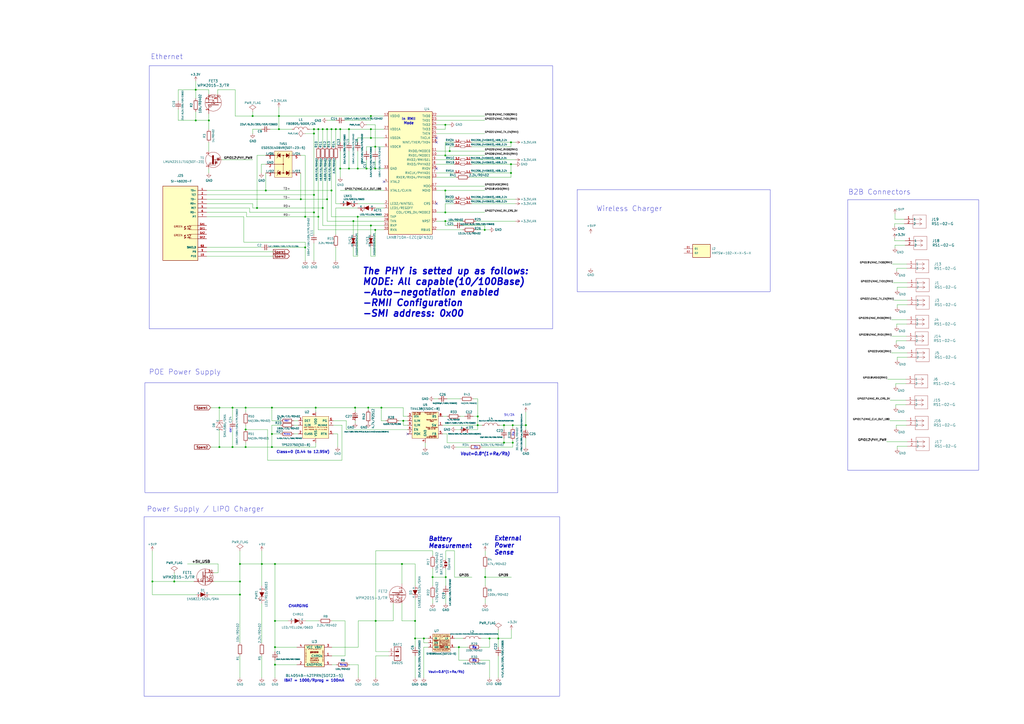
<source format=kicad_sch>
(kicad_sch (version 20230121) (generator eeschema)
  (paper "A2")
  (title_block (title "ESP32-PoE") (date "2024-06-06") (rev "L1") (company "OLIMEX LTD.") (comment 1 "https://www.olimex.com"))
  (junction (at 157.734 259.334))
  (junction (at 139.192 337.312))
  (junction (at 258.572 334.772))
  (junction (at 127.254 259.334))
  (junction (at 202.438 97.79))
  (junction (at 192.278 74.93))
  (junction (at 296.418 100.33))
  (junction (at 154.178 110.49))
  (junction (at 207.518 97.79))
  (junction (at 139.192 344.932))
  (junction (at 159.512 385.572))
  (junction (at 161.798 74.93))
  (junction (at 296.418 95.25))
  (junction (at 204.978 128.27))
  (junction (at 281.432 334.772))
  (junction (at 258.318 90.17))
  (junction (at 305.054 246.634))
  (junction (at 177.038 125.73))
  (junction (at 233.172 327.152))
  (junction (at 266.192 375.412))
  (junction (at 202.438 74.93))
  (junction (at 217.678 85.09))
  (junction (at 139.192 327.152))
  (junction (at 142.494 259.334))
  (junction (at 240.792 360.172))
  (junction (at 297.434 246.634))
  (junction (at 149.098 120.65))
  (junction (at 146.558 67.31))
  (junction (at 121.158 69.85))
  (junction (at 260.858 87.63))
  (junction (at 134.874 236.474))
  (junction (at 174.498 115.57))
  (junction (at 142.494 249.174))
  (junction (at 182.118 123.19))
  (junction (at 142.494 236.474))
  (junction (at 283.972 370.332))
  (junction (at 187.198 120.65))
  (junction (at 217.678 133.35))
  (junction (at 292.354 256.794))
  (junction (at 157.734 251.714))
  (junction (at 240.792 370.332))
  (junction (at 245.872 370.332))
  (junction (at 197.358 74.93))
  (junction (at 213.614 236.474))
  (junction (at 189.738 115.57))
  (junction (at 233.934 244.094))
  (junction (at 296.418 82.55))
  (junction (at 184.658 125.73))
  (junction (at 157.734 236.474))
  (junction (at 183.134 236.474))
  (junction (at 205.994 236.474))
  (junction (at 184.658 74.93))
  (junction (at 250.952 334.772))
  (junction (at 159.512 360.172))
  (junction (at 101.092 337.312))
  (junction (at 187.198 74.93))
  (junction (at 277.114 246.634))
  (junction (at 221.234 236.474))
  (junction (at 215.138 74.93))
  (junction (at 215.138 80.01))
  (junction (at 182.118 113.03))
  (junction (at 159.512 327.152))
  (junction (at 292.354 246.634))
  (junction (at 258.318 123.19))
  (junction (at 217.932 360.172))
  (junction (at 182.118 77.47))
  (junction (at 113.538 52.07))
  (junction (at 258.318 72.39))
  (junction (at 177.038 143.51))
  (junction (at 289.052 370.332))
  (junction (at 113.538 69.85))
  (junction (at 151.892 327.152))
  (junction (at 297.434 256.794))
  (junction (at 159.512 375.412))
  (junction (at 215.138 67.31))
  (junction (at 215.138 130.81))
  (junction (at 197.358 97.79))
  (junction (at 127.254 236.474))
  (junction (at 207.518 125.73))
  (junction (at 258.318 110.49))
  (junction (at 217.678 97.79))
  (junction (at 88.392 337.312))
  (junction (at 161.798 67.31))
  (junction (at 194.818 74.93))
  (junction (at 258.318 128.27))
  (junction (at 281.178 133.35))
  (junction (at 212.598 97.79))
  (junction (at 182.118 74.93))
  (junction (at 277.114 241.554))
  (junction (at 189.738 74.93))
  (junction (at 192.278 110.49))
  (junction (at 134.874 259.334))
  (no_connect (at 253.238 82.55))
  (no_connect (at 253.238 118.11))
  (no_connect (at 222.758 105.41))
  (no_connect (at 253.238 80.01))
  (no_connect (at 253.238 97.79))
  (no_connect (at 236.474 251.714))
  (wire (pts (xy 204.978 128.27) (xy 222.758 128.27)))
  (wire (pts (xy 292.354 249.174) (xy 292.354 246.634)))
  (wire (pts (xy 296.418 85.09) (xy 296.418 82.55)))
  (wire (pts (xy 192.532 360.172) (xy 200.152 360.172)))
  (wire (pts (xy 260.858 85.09) (xy 260.858 87.63)))
  (wire (pts (xy 263.652 375.412) (xy 266.192 375.412)))
  (wire (pts (xy 217.932 377.952) (xy 225.552 377.952)))
  (wire (pts (xy 136.398 67.31) (xy 146.558 67.31)))
  (wire (pts (xy 281.178 133.35) (xy 283.718 133.35)))
  (wire (pts (xy 245.872 370.332) (xy 248.412 370.332)))
  (wire (pts (xy 207.518 118.11) (xy 222.758 118.11)))
  (wire (pts (xy 233.934 241.554) (xy 236.474 241.554)))
  (wire (pts (xy 250.952 334.772) (xy 258.572 334.772)))
  (wire (pts (xy 250.952 329.692) (xy 250.952 334.772)))
  (wire (pts (xy 204.978 148.59) (xy 207.518 148.59)))
  (wire (pts (xy 183.134 259.334) (xy 157.734 259.334)))
  (wire (pts (xy 277.114 241.554) (xy 274.574 241.554)))
  (wire (pts (xy 266.192 383.032) (xy 271.272 383.032)))
  (wire (pts (xy 292.354 246.634) (xy 297.434 246.634)))
  (wire (pts (xy 187.198 120.65) (xy 187.198 130.81)))
  (wire (pts (xy 296.418 95.25) (xy 298.958 95.25)))
  (wire (pts (xy 187.198 130.81) (xy 215.138 130.81)))
  (wire (pts (xy 263.652 319.532) (xy 263.652 334.772)))
  (wire (pts (xy 119.888 110.49) (xy 154.178 110.49)))
  (wire (pts (xy 277.114 231.394) (xy 274.574 231.394)))
  (wire (pts (xy 258.318 82.55) (xy 258.318 90.17)))
  (wire (pts (xy 119.888 113.03) (xy 182.118 113.03)))
  (wire (pts (xy 517.144 204.724) (xy 526.288 204.724)))
  (wire (pts (xy 281.432 334.772) (xy 281.432 339.852)))
  (wire (pts (xy 123.952 332.232) (xy 126.492 332.232)))
  (wire (pts (xy 195.834 251.714) (xy 195.834 259.334)))
  (wire (pts (xy 233.934 236.474) (xy 233.934 241.554)))
  (wire (pts (xy 121.158 100.33) (xy 121.158 97.79)))
  (wire (pts (xy 154.178 90.17) (xy 149.098 90.17)))
  (wire (pts (xy 161.798 67.31) (xy 215.138 67.31)))
  (wire (pts (xy 292.354 256.794) (xy 259.334 256.794)))
  (wire (pts (xy 297.434 256.794) (xy 297.434 259.334)))
  (wire (pts (xy 276.098 133.35) (xy 281.178 133.35)))
  (wire (pts (xy 517.652 153.162) (xy 526.034 153.162)))
  (wire (pts (xy 245.872 372.872) (xy 245.872 370.332)))
  (wire (pts (xy 127.254 236.474) (xy 127.254 244.094)))
  (wire (pts (xy 184.658 125.73) (xy 184.658 133.35)))
  (wire (pts (xy 207.518 97.79) (xy 212.598 97.79)))
  (wire (pts (xy 184.658 74.93) (xy 187.198 74.93)))
  (wire (pts (xy 149.098 90.17) (xy 149.098 120.65)))
  (wire (pts (xy 278.892 370.332) (xy 283.972 370.332)))
  (wire (pts (xy 215.138 80.01) (xy 222.758 80.01)))
  (wire (pts (xy 258.318 74.93) (xy 258.318 72.39)))
  (wire (pts (xy 88.392 337.312) (xy 88.392 344.932)))
  (wire (pts (xy 233.934 244.094) (xy 233.934 246.634)))
  (wire (pts (xy 250.952 350.012) (xy 250.952 347.472)))
  (wire (pts (xy 126.238 54.61) (xy 126.238 52.07)))
  (wire (pts (xy 197.358 97.79) (xy 202.438 97.79)))
  (wire (pts (xy 520.446 176.784) (xy 526.288 176.784)))
  (wire (pts (xy 217.678 85.09) (xy 222.758 85.09)))
  (wire (pts (xy 289.052 370.332) (xy 296.672 370.332)))
  (wire (pts (xy 151.892 393.192) (xy 151.892 380.492)))
  (wire (pts (xy 253.238 128.27) (xy 258.318 128.27)))
  (wire (pts (xy 151.638 95.25) (xy 151.638 100.33)))
  (wire (pts (xy 258.318 130.81) (xy 263.398 130.81)))
  (wire (pts (xy 240.792 380.492) (xy 240.792 393.192)))
  (wire (pts (xy 519.684 224.028) (xy 519.684 222.504)))
  (wire (pts (xy 283.972 383.032) (xy 278.892 383.032)))
  (wire (pts (xy 149.098 120.65) (xy 187.198 120.65)))
  (wire (pts (xy 182.118 113.03) (xy 182.118 123.19)))
  (wire (pts (xy 194.818 120.65) (xy 194.818 135.89)))
  (wire (pts (xy 517.144 185.42) (xy 526.034 185.42)))
  (wire (pts (xy 146.558 118.11) (xy 146.558 120.65)))
  (wire (pts (xy 194.818 85.09) (xy 194.818 74.93)))
  (wire (pts (xy 121.158 69.85) (xy 121.158 74.93)))
  (wire (pts (xy 119.888 120.65) (xy 144.78 120.65)))
  (wire (pts (xy 198.374 266.954) (xy 198.374 246.634)))
  (wire (pts (xy 519.176 123.952) (xy 519.176 127.254)))
  (wire (pts (xy 113.538 52.07) (xy 121.158 52.07)))
  (wire (pts (xy 151.892 350.012) (xy 151.892 372.872)))
  (wire (pts (xy 520.446 207.264) (xy 526.288 207.264)))
  (wire (pts (xy 139.192 337.312) (xy 139.192 344.932)))
  (wire (pts (xy 200.152 360.172) (xy 200.152 380.492)))
  (wire (pts (xy 273.558 82.55) (xy 296.418 82.55)))
  (wire (pts (xy 296.672 365.252) (xy 296.672 370.332)))
  (wire (pts (xy 520.192 189.484) (xy 520.192 187.96)))
  (wire (pts (xy 179.578 74.93) (xy 182.118 74.93)))
  (wire (pts (xy 215.138 67.31) (xy 222.758 67.31)))
  (wire (pts (xy 200.914 249.174) (xy 200.914 244.094)))
  (wire (pts (xy 516.382 232.156) (xy 525.526 232.156)))
  (wire (pts (xy 134.874 236.474) (xy 142.494 236.474)))
  (wire (pts (xy 119.888 148.59) (xy 158.496 148.59)))
  (wire (pts (xy 250.952 319.532) (xy 250.952 322.072)))
  (wire (pts (xy 305.054 249.174) (xy 305.054 246.634)))
  (wire (pts (xy 170.434 244.094) (xy 172.974 244.094)))
  (wire (pts (xy 189.738 92.71) (xy 189.738 115.57)))
  (wire (pts (xy 519.176 142.24) (xy 525.018 142.24)))
  (wire (pts (xy 88.392 337.312) (xy 101.092 337.312)))
  (wire (pts (xy 215.138 135.89) (xy 215.138 130.81)))
  (wire (pts (xy 517.398 195.072) (xy 525.78 195.072)))
  (wire (pts (xy 126.492 332.232) (xy 126.492 327.152)))
  (wire (pts (xy 215.138 69.85) (xy 215.138 67.31)))
  (wire (pts (xy 268.478 130.81) (xy 281.178 130.81)))
  (wire (pts (xy 520.446 260.35) (xy 520.446 258.826)))
  (wire (pts (xy 126.492 327.152) (xy 108.712 327.152)))
  (wire (pts (xy 205.994 244.094) (xy 205.994 245.364)))
  (wire (pts (xy 88.392 319.532) (xy 88.392 337.312)))
  (wire (pts (xy 155.194 249.174) (xy 155.194 266.954)))
  (wire (pts (xy 289.052 370.332) (xy 289.052 375.412)))
  (wire (pts (xy 142.494 249.174) (xy 142.494 246.634)))
  (wire (pts (xy 154.178 110.49) (xy 192.278 110.49)))
  (wire (pts (xy 134.874 259.334) (xy 142.494 259.334)))
  (wire (pts (xy 184.658 85.09) (xy 184.658 74.93)))
  (wire (pts (xy 162.814 246.634) (xy 157.734 246.634)))
  (wire (pts (xy 520.192 187.96) (xy 526.034 187.96)))
  (wire (pts (xy 240.792 370.332) (xy 240.792 375.412)))
  (wire (pts (xy 217.932 360.172) (xy 217.932 377.952)))
  (wire (pts (xy 184.658 133.35) (xy 217.678 133.35)))
  (wire (pts (xy 233.934 246.634) (xy 236.474 246.634)))
  (wire (pts (xy 231.394 244.094) (xy 233.934 244.094)))
  (wire (pts (xy 127.254 236.474) (xy 134.874 236.474)))
  (wire (pts (xy 272.034 259.334) (xy 264.414 259.334)))
  (wire (pts (xy 194.818 92.71) (xy 194.818 118.11)))
  (wire (pts (xy 159.512 327.152) (xy 159.512 360.172)))
  (wire (pts (xy 258.318 110.49) (xy 281.178 110.49)))
  (wire (pts (xy 253.238 110.49) (xy 258.318 110.49)))
  (wire (pts (xy 205.994 239.014) (xy 205.994 236.474)))
  (wire (pts (xy 258.572 329.692) (xy 258.572 334.772)))
  (wire (pts (xy 516.128 244.094) (xy 525.78 244.094)))
  (wire (pts (xy 182.118 74.93) (xy 184.658 74.93)))
  (wire (pts (xy 143.002 125.73) (xy 143.002 123.19)))
  (wire (pts (xy 213.614 236.474) (xy 221.234 236.474)))
  (wire (pts (xy 187.198 85.09) (xy 187.198 74.93)))
  (wire (pts (xy 202.438 74.93) (xy 215.138 74.93)))
  (wire (pts (xy 123.952 337.312) (xy 139.192 337.312)))
  (wire (pts (xy 217.932 360.172) (xy 207.772 360.172)))
  (wire (pts (xy 212.598 85.09) (xy 217.678 85.09)))
  (wire (pts (xy 258.318 72.39) (xy 260.858 72.39)))
  (wire (pts (xy 289.052 365.252) (xy 289.052 370.332)))
  (wire (pts (xy 272.034 249.174) (xy 277.114 249.174)))
  (wire (pts (xy 260.858 87.63) (xy 281.178 87.63)))
  (wire (pts (xy 292.354 254.254) (xy 292.354 256.794)))
  (wire (pts (xy 248.412 375.412) (xy 245.872 375.412)))
  (wire (pts (xy 192.278 85.09) (xy 192.278 74.93)))
  (wire (pts (xy 119.888 143.51) (xy 151.638 143.51)))
  (wire (pts (xy 253.238 77.47) (xy 281.178 77.47)))
  (wire (pts (xy 258.572 324.612) (xy 258.572 319.532)))
  (wire (pts (xy 217.932 360.172) (xy 217.932 319.532)))
  (wire (pts (xy 197.358 97.79) (xy 197.358 102.87)))
  (wire (pts (xy 204.978 135.89) (xy 204.978 128.27)))
  (wire (pts (xy 139.192 327.152) (xy 139.192 337.312)))
  (wire (pts (xy 113.792 344.932) (xy 88.392 344.932)))
  (wire (pts (xy 305.054 239.014) (xy 305.054 246.634)))
  (wire (pts (xy 134.874 249.174) (xy 134.874 259.334)))
  (wire (pts (xy 266.954 231.394) (xy 259.334 231.394)))
  (wire (pts (xy 121.158 69.85) (xy 113.538 69.85)))
  (wire (pts (xy 240.792 370.332) (xy 245.872 370.332)))
  (wire (pts (xy 157.734 251.714) (xy 157.734 259.334)))
  (wire (pts (xy 136.398 52.07) (xy 136.398 67.31)))
  (wire (pts (xy 194.818 74.93) (xy 197.358 74.93)))
  (wire (pts (xy 283.972 375.412) (xy 283.972 370.332)))
  (wire (pts (xy 151.892 327.152) (xy 151.892 339.852)))
  (wire (pts (xy 246.634 256.794) (xy 246.634 259.334)))
  (wire (pts (xy 217.678 97.79) (xy 217.678 92.71)))
  (wire (pts (xy 281.432 350.012) (xy 281.432 347.472)))
  (wire (pts (xy 194.818 118.11) (xy 197.358 118.11)))
  (wire (pts (xy 192.532 375.412) (xy 207.772 375.412)))
  (wire (pts (xy 161.798 74.93) (xy 156.718 74.93)))
  (wire (pts (xy 519.684 234.696) (xy 525.526 234.696)))
  (wire (pts (xy 182.118 123.19) (xy 182.118 135.89)))
  (wire (pts (xy 205.994 236.474) (xy 213.614 236.474)))
  (wire (pts (xy 144.78 120.65) (xy 144.78 123.19)))
  (wire (pts (xy 177.038 140.462) (xy 177.038 143.51)))
  (wire (pts (xy 258.318 118.11) (xy 258.318 123.19)))
  (wire (pts (xy 253.238 69.85) (xy 281.178 69.85)))
  (wire (pts (xy 273.558 85.09) (xy 296.418 85.09)))
  (wire (pts (xy 197.358 74.93) (xy 202.438 74.93)))
  (wire (pts (xy 154.178 100.33) (xy 154.178 110.49)))
  (wire (pts (xy 213.614 237.744) (xy 213.614 236.474)))
  (wire (pts (xy 159.512 375.412) (xy 159.512 377.952)))
  (wire (pts (xy 228.092 360.172) (xy 228.092 350.012)))
  (wire (pts (xy 172.212 385.572) (xy 159.512 385.572)))
  (wire (pts (xy 271.272 375.412) (xy 266.192 375.412)))
  (wire (pts (xy 263.652 334.772) (xy 273.812 334.772)))
  (wire (pts (xy 263.398 85.09) (xy 260.858 85.09)))
  (wire (pts (xy 215.138 74.93) (xy 215.138 80.01)))
  (wire (pts (xy 159.512 327.152) (xy 233.172 327.152)))
  (wire (pts (xy 258.572 319.532) (xy 263.652 319.532)))
  (wire (pts (xy 119.888 118.11) (xy 146.558 118.11)))
  (wire (pts (xy 182.118 77.47) (xy 182.118 113.03)))
  (wire (pts (xy 127.254 259.334) (xy 127.254 249.174)))
  (wire (pts (xy 174.498 115.57) (xy 189.738 115.57)))
  (wire (pts (xy 198.374 246.634) (xy 193.294 246.634)))
  (wire (pts (xy 217.932 393.192) (xy 217.932 380.492)))
  (wire (pts (xy 520.446 166.624) (xy 526.288 166.624)))
  (wire (pts (xy 215.138 143.51) (xy 215.138 148.59)))
  (wire (pts (xy 518.922 139.7) (xy 525.018 139.7)))
  (wire (pts (xy 217.932 319.532) (xy 250.952 319.532)))
  (wire (pts (xy 277.114 246.634) (xy 277.114 249.174)))
  (wire (pts (xy 192.278 74.93) (xy 194.818 74.93)))
  (wire (pts (xy 121.158 66.04) (xy 121.158 69.85)))
  (wire (pts (xy 258.572 350.012) (xy 258.572 344.932)))
  (wire (pts (xy 217.678 85.09) (xy 217.678 72.39)))
  (wire (pts (xy 122.174 259.334) (xy 127.254 259.334)))
  (wire (pts (xy 182.118 140.97) (xy 182.118 151.13)))
  (wire (pts (xy 519.176 143.764) (xy 519.176 142.24)))
  (wire (pts (xy 217.678 133.35) (xy 222.758 133.35)))
  (wire (pts (xy 253.238 123.19) (xy 258.318 123.19)))
  (wire (pts (xy 134.874 244.094) (xy 134.874 236.474)))
  (wire (pts (xy 258.318 128.27) (xy 268.478 128.27)))
  (wire (pts (xy 519.938 199.136) (xy 519.938 197.612)))
  (wire (pts (xy 144.78 123.19) (xy 182.118 123.19)))
  (wire (pts (xy 514.858 219.964) (xy 525.526 219.964)))
  (wire (pts (xy 298.958 118.11) (xy 273.558 118.11)))
  (wire (pts (xy 273.558 95.25) (xy 296.418 95.25)))
  (wire (pts (xy 253.238 102.87) (xy 264.668 102.87)))
  (wire (pts (xy 520.446 208.788) (xy 520.446 207.264)))
  (wire (pts (xy 289.052 380.492) (xy 289.052 393.192)))
  (wire (pts (xy 256.794 246.634) (xy 277.114 246.634)))
  (wire (pts (xy 182.118 77.47) (xy 182.118 74.93)))
  (wire (pts (xy 151.892 327.152) (xy 159.512 327.152)))
  (wire (pts (xy 297.434 247.904) (xy 297.434 246.634)))
  (wire (pts (xy 141.478 140.462) (xy 177.038 140.462)))
  (wire (pts (xy 283.972 370.332) (xy 289.052 370.332)))
  (wire (pts (xy 142.494 249.174) (xy 155.194 249.174)))
  (wire (pts (xy 520.192 155.702) (xy 526.034 155.702)))
  (wire (pts (xy 174.498 100.33) (xy 174.498 115.57)))
  (wire (pts (xy 256.794 251.714) (xy 259.334 251.714)))
  (wire (pts (xy 297.434 255.524) (xy 297.434 256.794)))
  (wire (pts (xy 233.172 350.012) (xy 233.172 360.172)))
  (wire (pts (xy 296.418 82.55) (xy 298.958 82.55)))
  (wire (pts (xy 113.538 46.99) (xy 113.538 52.07)))
  (wire (pts (xy 200.914 244.094) (xy 193.294 244.094)))
  (wire (pts (xy 202.438 87.63) (xy 202.438 97.79)))
  (wire (pts (xy 258.318 123.19) (xy 281.178 123.19)))
  (wire (pts (xy 278.892 375.412) (xy 283.972 375.412)))
  (wire (pts (xy 212.598 72.39) (xy 217.678 72.39)))
  (wire (pts (xy 161.798 74.93) (xy 169.418 74.93)))
  (wire (pts (xy 113.538 69.85) (xy 113.538 64.77)))
  (wire (pts (xy 207.518 87.63) (xy 207.518 97.79)))
  (wire (pts (xy 263.398 115.57) (xy 258.318 115.57)))
  (wire (pts (xy 177.038 90.17) (xy 177.038 125.73)))
  (wire (pts (xy 251.714 231.394) (xy 254.254 231.394)))
  (wire (pts (xy 146.558 64.77) (xy 146.558 67.31)))
  (wire (pts (xy 151.892 327.152) (xy 139.192 327.152)))
  (wire (pts (xy 253.238 107.95) (xy 281.178 107.95)))
  (wire (pts (xy 520.446 178.308) (xy 520.446 176.784)))
  (wire (pts (xy 263.398 82.55) (xy 258.318 82.55)))
  (wire (pts (xy 245.872 375.412) (xy 245.872 393.192)))
  (wire (pts (xy 189.738 128.27) (xy 204.978 128.27)))
  (wire (pts (xy 126.238 52.07) (xy 136.398 52.07)))
  (wire (pts (xy 103.378 69.85) (xy 113.538 69.85)))
  (wire (pts (xy 192.278 110.49) (xy 192.278 125.73)))
  (wire (pts (xy 253.238 100.33) (xy 263.398 100.33)))
  (wire (pts (xy 520.446 168.148) (xy 520.446 166.624)))
  (wire (pts (xy 154.178 95.25) (xy 151.638 95.25)))
  (wire (pts (xy 187.198 92.71) (xy 187.198 120.65)))
  (wire (pts (xy 200.914 249.174) (xy 236.474 249.174)))
  (wire (pts (xy 184.658 92.71) (xy 184.658 125.73)))
  (wire (pts (xy 183.134 236.474) (xy 205.994 236.474)))
  (wire (pts (xy 268.478 133.35) (xy 253.238 133.35)))
  (wire (pts (xy 518.922 138.176) (xy 518.922 139.7)))
  (wire (pts (xy 142.494 259.334) (xy 157.734 259.334)))
  (wire (pts (xy 217.932 380.492) (xy 225.552 380.492)))
  (wire (pts (xy 518.922 129.794) (xy 524.51 129.794)))
  (wire (pts (xy 197.358 87.63) (xy 197.358 97.79)))
  (wire (pts (xy 157.734 236.474) (xy 157.734 244.094)))
  (wire (pts (xy 128.778 92.71) (xy 146.558 92.71)))
  (wire (pts (xy 207.518 125.73) (xy 222.758 125.73)))
  (wire (pts (xy 157.734 236.474) (xy 183.134 236.474)))
  (wire (pts (xy 258.318 115.57) (xy 258.318 110.49)))
  (wire (pts (xy 204.978 143.51) (xy 204.978 148.59)))
  (wire (pts (xy 103.378 63.5) (xy 103.378 69.85)))
  (wire (pts (xy 119.888 125.73) (xy 141.478 125.73)))
  (wire (pts (xy 159.512 360.172) (xy 159.512 375.412)))
  (wire (pts (xy 296.418 100.33) (xy 296.418 102.87)))
  (wire (pts (xy 253.238 74.93) (xy 258.318 74.93)))
  (wire (pts (xy 256.794 241.554) (xy 259.334 241.554)))
  (wire (pts (xy 194.818 69.85) (xy 189.738 69.85)))
  (wire (pts (xy 298.958 128.27) (xy 276.098 128.27)))
  (wire (pts (xy 519.684 236.22) (xy 519.684 234.696)))
  (wire (pts (xy 189.738 74.93) (xy 192.278 74.93)))
  (wire (pts (xy 159.512 393.192) (xy 159.512 385.572)))
  (wire (pts (xy 273.558 92.71) (xy 298.958 92.71)))
  (wire (pts (xy 258.318 90.17) (xy 281.178 90.17)))
  (wire (pts (xy 121.412 344.932) (xy 139.192 344.932)))
  (wire (pts (xy 514.35 256.286) (xy 526.288 256.286)))
  (wire (pts (xy 139.192 344.932) (xy 139.192 372.872)))
  (wire (pts (xy 217.678 87.63) (xy 217.678 85.09)))
  (wire (pts (xy 263.398 118.11) (xy 258.318 118.11)))
  (wire (pts (xy 199.898 69.85) (xy 215.138 69.85)))
  (wire (pts (xy 194.818 143.51) (xy 194.818 151.13)))
  (wire (pts (xy 183.134 256.794) (xy 183.134 259.334)))
  (wire (pts (xy 259.334 256.794) (xy 259.334 251.714)))
  (wire (pts (xy 266.192 375.412) (xy 266.192 383.032)))
  (wire (pts (xy 192.278 125.73) (xy 207.518 125.73)))
  (wire (pts (xy 296.418 95.25) (xy 296.418 100.33)))
  (wire (pts (xy 233.172 338.582) (xy 233.172 327.152)))
  (wire (pts (xy 240.792 347.472) (xy 240.792 360.172)))
  (wire (pts (xy 236.474 244.094) (xy 233.934 244.094)))
  (wire (pts (xy 240.792 360.172) (xy 240.792 370.332)))
  (wire (pts (xy 142.494 256.794) (xy 142.494 259.334)))
  (wire (pts (xy 189.738 85.09) (xy 189.738 74.93)))
  (wire (pts (xy 253.238 87.63) (xy 260.858 87.63)))
  (wire (pts (xy 142.494 236.474) (xy 157.734 236.474)))
  (wire (pts (xy 518.922 131.318) (xy 518.922 129.794)))
  (wire (pts (xy 277.114 246.634) (xy 277.114 241.554)))
  (wire (pts (xy 184.912 360.172) (xy 177.292 360.172)))
  (wire (pts (xy 183.134 239.014) (xy 183.134 236.474)))
  (wire (pts (xy 177.038 125.73) (xy 184.658 125.73)))
  (wire (pts (xy 298.958 115.57) (xy 273.558 115.57)))
  (wire (pts (xy 146.558 120.65) (xy 149.098 120.65)))
  (wire (pts (xy 119.888 115.57) (xy 174.498 115.57)))
  (wire (pts (xy 146.558 74.93) (xy 151.638 74.93)))
  (wire (pts (xy 146.558 74.93) (xy 146.558 77.47)))
  (wire (pts (xy 207.518 80.01) (xy 207.518 82.55)))
  (wire (pts (xy 215.138 74.93) (xy 222.758 74.93)))
  (wire (pts (xy 157.734 246.634) (xy 157.734 251.714)))
  (wire (pts (xy 161.798 62.23) (xy 161.798 67.31)))
  (wire (pts (xy 222.758 120.65) (xy 217.678 120.65)))
  (wire (pts (xy 215.138 130.81) (xy 222.758 130.81)))
  (wire (pts (xy 192.532 385.572) (xy 195.072 385.572)))
  (wire (pts (xy 263.652 370.332) (xy 268.732 370.332)))
  (wire (pts (xy 155.194 266.954) (xy 198.374 266.954)))
  (wire (pts (xy 253.238 72.39) (xy 258.318 72.39)))
  (wire (pts (xy 207.518 80.01) (xy 215.138 80.01)))
  (wire (pts (xy 189.738 115.57) (xy 189.738 128.27)))
  (wire (pts (xy 142.494 239.014) (xy 142.494 236.474)))
  (wire (pts (xy 119.888 146.05) (xy 158.496 146.05)))
  (wire (pts (xy 172.974 246.634) (xy 170.434 246.634)))
  (wire (pts (xy 266.954 241.554) (xy 269.494 241.554)))
  (wire (pts (xy 217.678 148.59) (xy 217.678 133.35)))
  (wire (pts (xy 272.288 102.87) (xy 296.418 102.87)))
  (wire (pts (xy 101.092 332.232) (xy 101.092 337.312)))
  (wire (pts (xy 305.054 254.254) (xy 305.054 259.334)))
  (wire (pts (xy 520.446 258.826) (xy 526.288 258.826)))
  (wire (pts (xy 277.114 241.554) (xy 277.114 231.394)))
  (wire (pts (xy 122.174 236.474) (xy 127.254 236.474)))
  (wire (pts (xy 202.692 385.572) (xy 207.772 385.572)))
  (wire (pts (xy 170.434 251.714) (xy 172.974 251.714)))
  (wire (pts (xy 101.092 337.312) (xy 112.522 337.312)))
  (wire (pts (xy 215.138 148.59) (xy 217.678 148.59)))
  (wire (pts (xy 519.684 222.504) (xy 525.526 222.504)))
  (wire (pts (xy 207.772 393.192) (xy 207.772 385.572)))
  (wire (pts (xy 177.038 143.51) (xy 177.038 151.13)))
  (wire (pts (xy 233.172 360.172) (xy 240.792 360.172)))
  (wire (pts (xy 121.158 52.07) (xy 121.158 54.61)))
  (wire (pts (xy 240.792 327.152) (xy 240.792 339.852)))
  (wire (pts (xy 187.198 74.93) (xy 189.738 74.93)))
  (wire (pts (xy 121.158 82.55) (xy 121.158 87.63)))
  (wire (pts (xy 519.176 127.254) (xy 524.51 127.254)))
  (wire (pts (xy 222.758 110.49) (xy 197.358 110.49)))
  (wire (pts (xy 159.512 360.172) (xy 167.132 360.172)))
  (wire (pts (xy 281.432 319.532) (xy 281.432 322.072)))
  (wire (pts (xy 146.558 67.31) (xy 161.798 67.31)))
  (wire (pts (xy 103.378 58.42) (xy 103.378 52.07)))
  (wire (pts (xy 139.192 393.192) (xy 139.192 380.492)))
  (wire (pts (xy 200.152 380.492) (xy 192.532 380.492)))
  (wire (pts (xy 217.678 97.79) (xy 222.758 97.79)))
  (wire (pts (xy 197.358 82.55) (xy 197.358 74.93)))
  (wire (pts (xy 519.938 248.158) (xy 519.938 246.634)))
  (wire (pts (xy 156.718 143.51) (xy 177.038 143.51)))
  (wire (pts (xy 172.212 375.412) (xy 159.512 375.412)))
  (wire (pts (xy 253.238 90.17) (xy 258.318 90.17)))
  (wire (pts (xy 202.438 82.55) (xy 202.438 74.93)))
  (wire (pts (xy 162.814 244.094) (xy 157.734 244.094)))
  (wire (pts (xy 281.178 130.81) (xy 281.178 133.35)))
  (wire (pts (xy 248.412 372.872) (xy 245.872 372.872)))
  (wire (pts (xy 281.432 334.772) (xy 296.672 334.772)))
  (wire (pts (xy 253.238 67.31) (xy 281.178 67.31)))
  (wire (pts (xy 139.192 319.532) (xy 139.192 327.152)))
  (wire (pts (xy 127.254 259.334) (xy 134.874 259.334)))
  (wire (pts (xy 233.172 327.152) (xy 240.792 327.152)))
  (wire (pts (xy 253.238 95.25) (xy 263.398 95.25)))
  (wire (pts (xy 193.294 251.714) (xy 195.834 251.714)))
  (wire (pts (xy 518.16 164.084) (xy 526.288 164.084)))
  (wire (pts (xy 266.954 249.174) (xy 264.414 249.174)))
  (wire (pts (xy 217.932 360.172) (xy 228.092 360.172)))
  (wire (pts (xy 143.002 123.19) (xy 119.888 123.19)))
  (wire (pts (xy 212.598 97.79) (xy 217.678 97.79)))
  (wire (pts (xy 519.938 197.612) (xy 525.78 197.612)))
  (wire (pts (xy 159.512 385.572) (xy 159.512 383.032)))
  (wire (pts (xy 518.668 174.244) (xy 526.288 174.244)))
  (wire (pts (xy 258.572 339.852) (xy 258.572 334.772)))
  (wire (pts (xy 103.378 52.07) (xy 113.538 52.07)))
  (wire (pts (xy 207.518 120.65) (xy 194.818 120.65)))
  (wire (pts (xy 192.278 92.71) (xy 192.278 110.49)))
  (wire (pts (xy 520.192 157.226) (xy 520.192 155.702)))
  (wire (pts (xy 297.434 246.634) (xy 305.054 246.634)))
  (wire (pts (xy 223.774 244.094) (xy 221.234 244.094)))
  (wire (pts (xy 174.498 90.17) (xy 177.038 90.17)))
  (wire (pts (xy 207.518 148.59) (xy 207.518 125.73)))
  (wire (pts (xy 143.002 125.73) (xy 177.038 125.73)))
  (wire (pts (xy 279.654 259.334) (xy 297.434 259.334)))
  (wire (pts (xy 177.038 77.47) (xy 182.118 77.47)))
  (wire (pts (xy 221.234 236.474) (xy 233.934 236.474)))
  (wire (pts (xy 221.234 244.094) (xy 221.234 236.474)))
  (wire (pts (xy 253.238 92.71) (xy 263.398 92.71)))
  (wire (pts (xy 113.538 57.15) (xy 113.538 52.07)))
  (wire (pts (xy 212.598 85.09) (xy 212.598 87.63)))
  (wire (pts (xy 151.892 319.532) (xy 151.892 327.152)))
  (wire (pts (xy 273.558 100.33) (xy 296.418 100.33)))
  (wire (pts (xy 519.938 246.634) (xy 525.78 246.634)))
  (wire (pts (xy 161.798 67.31) (xy 161.798 74.93)))
  (wire (pts (xy 258.318 128.27) (xy 258.318 130.81)))
  (wire (pts (xy 212.598 97.79) (xy 212.598 92.71)))
  (wire (pts (xy 283.972 393.192) (xy 283.972 383.032)))
  (wire (pts (xy 141.478 125.73) (xy 141.478 140.462)))
  (wire (pts (xy 292.354 256.794) (xy 297.434 256.794)))
  (wire (pts (xy 281.432 329.692) (xy 281.432 334.772)))
  (wire (pts (xy 279.654 246.634) (xy 277.114 246.634)))
  (wire (pts (xy 162.814 251.714) (xy 157.734 251.714)))
  (wire (pts (xy 250.952 334.772) (xy 250.952 339.852)))
  (wire (pts (xy 202.438 97.79) (xy 207.518 97.79)))
  (wire (pts (xy 289.814 246.634) (xy 292.354 246.634)))
  (wire (pts (xy 207.772 360.172) (xy 207.772 375.412)))
  (rectangle (start 86.614 38.1) (end 320.548 190.754))
  (rectangle (start 83.566 299.72) (end 324.612 403.86))
  (rectangle (start 84.074 221.996) (end 323.596 285.75))
  (rectangle (start 491.744 115.824) (end 567.69 272.796))
  (rectangle (start 334.772 109.982) (end 446.786 169.164))
  (text "Vout=0.6*(1+Ra/Rb)" (at 248.412 390.652 0) (effects (font (size 1.2954 1.2954) (thickness 0.2591) bold) (justify left bottom)))
  (text "5V/2A" (at 292.354 241.554 0) (effects (font (size 1.27 1.27)) (justify left bottom)))
  (text "CDET" (at 134.239 251.079 90) (effects (font (size 0.762 0.762) (thickness 0.1524) bold) (justify left bottom)))
  (text "RDET" (at 167.894 244.729 0) (effects (font (size 0.762 0.762) (thickness 0.1524) bold) (justify right bottom)))
  (text "Battery\nMeasurement" (at 248.412 318.262 0) (effects (font (size 2.54 2.54) (thickness 0.508) bold italic) (justify left bottom)))
  (text "In RMII\n Mode\n" (at 232.918 72.39 0) (effects (font (size 1.4986 1.4986) (thickness 0.2997) bold) (justify left bottom)))
  (text "IBAT = 1000/Rprog = 100mA" (at 164.592 395.732 0) (effects (font (size 1.524 1.524) (thickness 0.3048) bold) (justify left bottom)))
  (text "Rclass" (at 168.529 252.349 0) (effects (font (size 0.762 0.762) (thickness 0.1524) bold) (justify right bottom)))
  (text "Ra" (at 273.812 376.428 0) (effects (font (size 1.2954 1.2954) (thickness 0.2591) bold) (justify left bottom)))
  (text "Rprog" (at 196.977 386.207 0) (effects (font (size 0.889 0.889) (thickness 0.1778) bold italic) (justify left bottom)))
  (text "Ethernet" (at 87.376 34.798 0) (effects (font (size 3 3)) (justify left bottom)))
  (text "Power Supply / LIPO Charger" (at 85.09 297.18 0) (effects (font (size 3 3)) (justify left bottom)))
  (text "Wireless Charger" (at 345.948 122.936 0) (effects (font (size 3 3)) (justify left bottom)))
  (text "CHARGING" (at 167.132 352.552 0) (effects (font (size 1.524 1.524) (thickness 0.3048) bold italic) (justify left bottom)))
  (text "Ra" (at 298.45 250.444 90) (effects (font (size 1.27 1.27)) (justify right bottom)))
  (text "Class=0 (0.44 to 12.95W)" (at 160.274 263.144 0) (effects (font (size 1.524 1.524) (thickness 0.3048) bold) (justify left bottom)))
  (text "B2B Connectors" (at 491.998 113.284 0) (effects (font (size 3 3)) (justify left bottom)))
  (text "External \nPower\nSense" (at 286.512 322.072 0) (effects (font (size 2.54 2.54) (thickness 0.508) bold italic) (justify left bottom)))
  (text "Vout=0.8*(1+Ra/Rb)" (at 266.954 264.414 0) (effects (font (size 1.778 1.778) (thickness 0.3556) bold italic) (justify left bottom)))
  (text "POE Power Supply" (at 86.36 217.678 0) (effects (font (size 3 3)) (justify left bottom)))
  (text "The PHY is setted up as follows:\nMODE: All capable(10/100Base)\n-Auto-negotiation enabled\n-RMII Configuration\n-SMI address: 0x00" (at 210.058 184.15 0) (effects (font (size 3.81 3.81) (thickness 0.762) bold italic) (justify left bottom)))
  (text "Rb" (at 273.812 384.048 0) (effects (font (size 1.2954 1.2954) (thickness 0.2591) bold) (justify left bottom)))
  (text "Rb" (at 277.368 260.35 0) (effects (font (size 1.27 1.27)) (justify right bottom)))
  (label "TD-" (at 164.338 115.57 0))
  (label "GPIO26\\EMAC_RXD1(RMII)" (at 517.398 195.072 180) (effects (font (size 0.9906 0.9906) (thickness 0.1981) bold)))
  (label "TD+" (at 164.338 110.49 0))
  (label "GPIO21\\EMAC_TX_EN(RMII)" (at 518.668 174.244 180) (effects (font (size 0.9906 0.9906) (thickness 0.1981) bold)))
  (label "GPIO19\\EMAC_TXD0(RMII)" (at 281.178 67.31 0) (effects (font (size 0.9906 0.9906) (thickness 0.1981) bold)))
  (label "RD-" (at 164.338 125.73 0))
  (label "GPIO22\\EMAC_TXD1(RMII)" (at 518.16 164.084 180) (effects (font (size 0.9906 0.9906) (thickness 0.1981) bold)))
  (label "GPIO23\\MDC(RMII)" (at 281.178 107.95 0) (effects (font (size 0.9906 0.9906) (thickness 0.1981) bold)))
  (label "GPI35" (at 266.192 334.772 0) (effects (font (thickness 0.254) bold)))
  (label "GPI39" (at 289.052 334.772 0) (effects (font (thickness 0.254) bold)))
  (label "GPIO22\\EMAC_TXD1(RMII)" (at 281.178 69.85 0) (effects (font (size 0.9906 0.9906) (thickness 0.1981) bold)))
  (label "GPIO17\\EMAC_CLK_OUT_180" (at 516.128 244.094 180) (effects (font (size 1.016 1.016) (thickness 0.2032) bold)))
  (label "+5V_USB" (at 111.252 327.152 0) (effects (font (size 1.524 1.524) (thickness 0.3048) bold)))
  (label "GPIO18\\MDIO(RMII)" (at 514.858 219.964 180) (effects (font (size 0.9906 0.9906) (thickness 0.1981) bold)))
  (label "GPIO26\\EMAC_RXD1(RMII)" (at 281.178 90.17 0) (effects (font (size 0.9906 0.9906) (thickness 0.1981) bold)))
  (label "GPIO25\\EMAC_RXD0(RMII)" (at 281.178 87.63 0) (effects (font (size 0.9906 0.9906) (thickness 0.1981) bold)))
  (label "GPIO21\\EMAC_TX_EN(RMII)" (at 281.178 77.47 0) (effects (font (size 0.9906 0.9906) (thickness 0.1981) bold)))
  (label "GPIO12\\PHY_PWR" (at 146.558 92.71 180) (effects (font (thickness 0.254) bold)))
  (label "GPIO19\\EMAC_TXD0(RMII)" (at 517.652 153.162 180) (effects (font (size 0.9906 0.9906) (thickness 0.1981) bold)))
  (label "GPIO23\\MDC(RMII)" (at 517.144 204.724 180) (effects (font (size 0.9906 0.9906) (thickness 0.1981) bold)))
  (label "GPIO27\\EMAC_RX_CRS_DV" (at 516.382 232.156 180) (effects (font (size 0.9906 0.9906) (thickness 0.1981) bold)))
  (label "GPIO18\\MDIO(RMII)" (at 281.178 110.49 0) (effects (font (size 0.9906 0.9906) (thickness 0.1981) bold)))
  (label "GPIO12\\PHY_PWR" (at 514.35 256.286 180) (effects (font (thickness 0.254) bold)))
  (label "RD+" (at 164.338 120.65 0))
  (label "GPIO17\\EMAC_CLK_OUT_180" (at 199.898 110.49 0) (effects (font (size 1.016 1.016) (thickness 0.2032) bold)))
  (label "GPIO27\\EMAC_RX_CRS_DV" (at 281.178 123.19 0) (effects (font (size 0.9906 0.9906) (thickness 0.1981) bold)))
  (label "GPIO25\\EMAC_RXD0(RMII)" (at 517.144 185.42 180) (effects (font (size 0.9906 0.9906) (thickness 0.1981) bold)))
  (global_label "Spare1" (shape output) (at 158.496 146.05 0) (effects (font (thickness 0.254) bold)) (property "Intersheetrefs" "${INTERSHEET_REFS}" (effects hide)))
  (global_label "Spare1" (shape input) (at 122.174 236.474 180) (effects (font (thickness 0.254) bold)) (property "Intersheetrefs" "${INTERSHEET_REFS}" (effects hide)))
  (global_label "Spare2" (shape input) (at 122.174 259.334 180) (effects (font (thickness 0.254) bold)) (property "Intersheetrefs" "${INTERSHEET_REFS}" (effects hide)))
  (global_label "Spare2" (shape output) (at 158.496 148.59 0) (effects (font (thickness 0.254) bold)) (property "Intersheetrefs" "${INTERSHEET_REFS}" (effects hide)))
  (symbol (lib_id "ESP32-PoE_Rev_L1-rescue:PWR_FLAG-ESP32-PoE_Rev_L1") (at 139.192 319.532 0) (unit 1)
    (property "Reference" "#FLG04" (effects hide))
    (property "Value" "PWR_FLAG" (at 139.192 314.452 0))
  )
  (symbol (lib_id "ESP32-PoE_Rev_L1-rescue:+5V-ESP32-PoE_Rev_L1") (at 151.892 319.532 0) (unit 1)
    (property "Reference" "#PWR018" (effects hide))
    (property "Value" "+5V" (at 151.892 315.722 0))
  )
  (symbol (lib_id "ESP32-PoE_Rev_L1-rescue:GND-ESP32-PoE_Rev_L1") (at 240.792 393.192 0) (unit 1)
    (property "Reference" "#PWR039" (effects hide))
    (property "Value" "GND" (at 240.792 397.002 0))
  )
  (symbol (lib_id "ESP32-PoE_Rev_L1-rescue:SY8009AAAC(SOT23-5)-ESP32-PoE_Rev_L1") (at 256.032 372.872 0) (unit 1)
    (property "Reference" "U7" (at 253.238 366.014 0))
    (property "Value" "SY8089AAAC(SOT23-5)" (at 256.032 379.222 0) (effects (font (size 0.9906 0.9906))))
    (property "Footprint" "OLIMEX_Regulators-FP:SOT-23-5" (effects hide))
    (property "Fieldname 1" "Value 1" (effects hide))
    (property "Fieldname2" "Value2" (effects hide))
    (property "Fieldname3" "Value3" (effects hide))
  )
  (symbol (lib_id "ESP32-PoE_Rev_L1-rescue:L-ESP32-PoE_Rev_L1") (at 273.812 370.332 0) (unit 1)
    (property "Reference" "L2" (at 273.812 366.522 0))
    (property "Value" "2.2uH/1.5A/DCR=72mR/20%/3.00x3.00x1.50mm/CD32(NR3015T2R2M)" (at 275.082 367.792 0) (effects (font (size 0.508 0.508))))
    (property "Footprint" "OLIMEX_RLC-FP:CD32" (effects hide))
    (property "Fieldname 1" "Value 1" (effects hide))
    (property "Fieldname2" "Value2" (effects hide))
    (property "Fieldname3" "Value3" (effects hide))
  )
  (symbol (lib_id "ESP32-PoE_Rev_L1-rescue:R-ESP32-PoE_Rev_L1") (at 275.082 375.412 0) (unit 1)
    (property "Reference" "R29" (at 275.082 373.507 0))
    (property "Value" "220k/R0402" (at 275.082 377.317 0) (effects (font (size 0.9906 0.9906))))
    (property "Footprint" "OLIMEX_RLC-FP:R_0402_5MIL_DWS" (effects hide))
    (property "Fieldname 1" "Value 1" (effects hide))
    (property "Fieldname2" "Value2" (effects hide))
    (property "Fieldname3" "Value3" (effects hide))
  )
  (symbol (lib_id "ESP32-PoE_Rev_L1-rescue:R-ESP32-PoE_Rev_L1") (at 275.082 383.032 0) (unit 1)
    (property "Reference" "R30" (at 275.082 381.127 0))
    (property "Value" "49.9k/1%/R0402" (at 275.082 384.937 0) (effects (font (size 0.9906 0.9906))))
    (property "Footprint" "OLIMEX_RLC-FP:R_0402_5MIL_DWS" (effects hide))
    (property "Fieldname 1" "Value 1" (effects hide))
    (property "Fieldname2" "Value2" (effects hide))
    (property "Fieldname3" "Value3" (effects hide))
  )
  (symbol (lib_id "ESP32-PoE_Rev_L1-rescue:GND-ESP32-PoE_Rev_L1") (at 289.052 393.192 0) (unit 1)
    (property "Reference" "#PWR048" (effects hide))
    (property "Value" "GND" (at 289.052 396.748 0))
  )
  (symbol (lib_id "ESP32-PoE_Rev_L1-rescue:GND-ESP32-PoE_Rev_L1") (at 283.972 393.192 0) (unit 1)
    (property "Reference" "#PWR044" (effects hide))
    (property "Value" "GND" (at 283.972 396.748 0))
  )
  (symbol (lib_id "ESP32-PoE_Rev_L1-rescue:C-ESP32-PoE_Rev_L1") (at 289.052 377.952 0) (unit 1)
    (property "Reference" "C22" (at 287.528 376.936 90) (effects (justify left)))
    (property "Value" "47uF/6.3V/20%/X5R/C0805" (at 291.592 393.192 90) (effects (font (size 0.9906 0.9906)) (justify left)))
    (property "Footprint" "OLIMEX_RLC-FP:C_0805_5MIL_DWS" (effects hide))
    (property "Fieldname 1" "Value 1" (effects hide))
    (property "Fieldname2" "Value2" (effects hide))
    (property "Fieldname3" "Value3" (effects hide))
  )
  (symbol (lib_id "ESP32-PoE_Rev_L1-rescue:+3.3V-ESP32-PoE_Rev_L1") (at 296.672 365.252 0) (unit 1)
    (property "Reference" "#PWR050" (effects hide))
    (property "Value" "+3.3V" (at 297.053 360.8578 0))
  )
  (symbol (lib_id "ESP32-PoE_Rev_L1-rescue:PWR_FLAG-ESP32-PoE_Rev_L1") (at 289.052 365.252 0) (unit 1)
    (property "Reference" "#FLG08" (effects hide))
    (property "Value" "PWR_FLAG" (at 282.702 361.442 0))
  )
  (symbol (lib_id "ESP32-PoE_Rev_L1-rescue:GND-ESP32-PoE_Rev_L1") (at 245.872 393.192 0) (unit 1)
    (property "Reference" "#PWR041" (effects hide))
    (property "Value" "GND" (at 245.872 397.002 0))
  )
  (symbol (lib_id "ESP32-PoE_Rev_L1-rescue:D_Schottky-ESP32-PoE_Rev_L1") (at 240.792 343.662 90) (unit 1)
    (property "Reference" "D3" (at 238.252 342.392 0) (effects (justify right)))
    (property "Value" "1N5822/SS34/SMA" (at 243.332 334.137 0) (effects (justify right)))
    (property "Footprint" "OLIMEX_Diodes-FP:SMA-KA" (effects hide))
    (property "Fieldname 1" "Value 1" (effects hide))
    (property "Fieldname2" "Value2" (effects hide))
    (property "Fieldname3" "Value3" (effects hide))
  )
  (symbol (lib_id "ESP32-PoE_Rev_L1-rescue:LED-ESP32-PoE_Rev_L1") (at 172.212 360.172 180) (unit 1)
    (property "Reference" "CHRG1" (at 169.672 356.362 0) (effects (justify right)))
    (property "Value" "LED/YELLOW/0603" (at 163.322 363.982 0) (effects (justify right)))
    (property "Footprint" "OLIMEX_LEDs-FP:LED_0603_KA" (effects hide))
    (property "Fieldname 1" "Value 1" (effects hide))
    (property "Fieldname2" "Value2" (effects hide))
    (property "Fieldname3" "Value3" (effects hide))
  )
  (symbol (lib_id "ESP32-PoE_Rev_L1-rescue:R-ESP32-PoE_Rev_L1") (at 188.722 360.172 0) (unit 1)
    (property "Reference" "R8" (at 187.452 357.632 0) (effects (justify left)))
    (property "Value" "2.2k/R0402" (at 183.642 362.712 0) (effects (justify left)))
    (property "Footprint" "OLIMEX_RLC-FP:R_0402_5MIL_DWS" (effects hide))
    (property "Fieldname 1" "Value 1" (effects hide))
    (property "Fieldname2" "Value2" (effects hide))
    (property "Fieldname3" "Value3" (effects hide))
  )
  (symbol (lib_id "ESP32-PoE_Rev_L1-rescue:C-ESP32-PoE_Rev_L1") (at 182.118 138.43 0) (mirror y) (unit 1)
    (property "Reference" "C11" (at 180.848 137.16 90) (effects (justify left)))
    (property "Value" "100nF/16V/10%/X7R/C0402" (at 178.943 148.59 90) (effects (font (size 0.9906 0.9906)) (justify left)))
    (property "Footprint" "OLIMEX_RLC-FP:C_0402_5MIL_DWS" (effects hide))
    (property "Fieldname 1" "Value 1" (effects hide))
    (property "Fieldname2" "Value2" (effects hide))
    (property "Fieldname3" "Value3" (effects hide))
  )
  (symbol (lib_id "ESP32-PoE_Rev_L1-rescue:LED-ESP32-PoE_Rev_L1") (at 151.892 344.932 90) (unit 1)
    (property "Reference" "PWR1" (at 148.717 342.392 0) (effects (justify right)))
    (property "Value" "LED/RED/0603" (at 154.432 337.312 0) (effects (justify right)))
    (property "Footprint" "OLIMEX_LEDs-FP:LED_0603_KA" (effects hide))
    (property "Fieldname 1" "Value 1" (effects hide))
    (property "Fieldname2" "Value2" (effects hide))
    (property "Fieldname3" "Value3" (effects hide))
  )
  (symbol (lib_id "ESP32-PoE_Rev_L1-rescue:R-ESP32-PoE_Rev_L1") (at 151.892 376.682 270) (unit 1)
    (property "Reference" "R5" (at 150.622 380.492 0) (effects (justify left)))
    (property "Value" "2.2k/R0402" (at 150.622 361.442 0) (effects (justify left)))
    (property "Footprint" "OLIMEX_RLC-FP:R_0402_5MIL_DWS" (effects hide))
    (property "Fieldname 1" "Value 1" (effects hide))
    (property "Fieldname2" "Value2" (effects hide))
    (property "Fieldname3" "Value3" (effects hide))
  )
  (symbol (lib_id "ESP32-PoE_Rev_L1-rescue:GND-ESP32-PoE_Rev_L1") (at 182.118 151.13 0) (unit 1)
    (property "Reference" "#PWR025" (effects hide))
    (property "Value" "GND" (at 182.118 154.94 0))
  )
  (symbol (lib_id "ESP32-PoE_Rev_L1-rescue:R-ESP32-PoE_Rev_L1") (at 194.818 88.9 90) (mirror x) (unit 1)
    (property "Reference" "R14" (at 193.548 81.788 0) (effects (justify left)))
    (property "Value" "2.2k/R0402" (at 193.802 91.694 0) (effects (font (size 0.9906 0.9906)) (justify left)))
    (property "Footprint" "OLIMEX_RLC-FP:R_0402_5MIL_DWS" (effects hide))
    (property "Fieldname 1" "Value 1" (effects hide))
    (property "Fieldname2" "Value2" (effects hide))
    (property "Fieldname3" "Value3" (effects hide))
  )
  (symbol (lib_id "ESP32-PoE_Rev_L1-rescue:R-ESP32-PoE_Rev_L1") (at 184.658 88.9 90) (mirror x) (unit 1)
    (property "Reference" "R10" (at 183.388 81.788 0) (effects (justify left)))
    (property "Value" "49.9R/1%/R0402" (at 183.642 91.694 0) (effects (font (size 0.9906 0.9906)) (justify left)))
    (property "Footprint" "OLIMEX_RLC-FP:R_0402_5MIL_DWS" (effects hide))
    (property "Fieldname 1" "Value 1" (effects hide))
    (property "Fieldname2" "Value2" (effects hide))
    (property "Fieldname3" "Value3" (effects hide))
  )
  (symbol (lib_id "ESP32-PoE_Rev_L1-rescue:R-ESP32-PoE_Rev_L1") (at 187.198 88.9 90) (mirror x) (unit 1)
    (property "Reference" "R11" (at 185.928 81.788 0) (effects (justify left)))
    (property "Value" "49.9R/1%/R0402" (at 186.182 91.694 0) (effects (font (size 0.9906 0.9906)) (justify left)))
    (property "Footprint" "OLIMEX_RLC-FP:R_0402_5MIL_DWS" (effects hide))
    (property "Fieldname 1" "Value 1" (effects hide))
    (property "Fieldname2" "Value2" (effects hide))
    (property "Fieldname3" "Value3" (effects hide))
  )
  (symbol (lib_id "ESP32-PoE_Rev_L1-rescue:R-ESP32-PoE_Rev_L1") (at 189.738 88.9 90) (mirror x) (unit 1)
    (property "Reference" "R12" (at 188.468 81.788 0) (effects (justify left)))
    (property "Value" "49.9R/1%/R0402" (at 188.722 91.694 0) (effects (font (size 0.9906 0.9906)) (justify left)))
    (property "Footprint" "OLIMEX_RLC-FP:R_0402_5MIL_DWS" (effects hide))
    (property "Fieldname 1" "Value 1" (effects hide))
    (property "Fieldname2" "Value2" (effects hide))
    (property "Fieldname3" "Value3" (effects hide))
  )
  (symbol (lib_id "ESP32-PoE_Rev_L1-rescue:R-ESP32-PoE_Rev_L1") (at 192.278 88.9 90) (mirror x) (unit 1)
    (property "Reference" "R13" (at 190.754 81.788 0) (effects (justify left)))
    (property "Value" "49.9R/1%/R0402" (at 191.262 91.694 0) (effects (font (size 0.9906 0.9906)) (justify left)))
    (property "Footprint" "OLIMEX_RLC-FP:R_0402_5MIL_DWS" (effects hide))
    (property "Fieldname 1" "Value 1" (effects hide))
    (property "Fieldname2" "Value2" (effects hide))
    (property "Fieldname3" "Value3" (effects hide))
  )
  (symbol (lib_id "ESP32-PoE_Rev_L1-rescue:P-MOS+DIOD-ESP32-PoE_Rev_L1") (at 230.632 344.932 0) (mirror x) (unit 1)
    (property "Reference" "FET2" (at 224.917 343.027 0) (effects (font (size 1.524 1.524)) (justify right)))
    (property "Value" "WPM2015-3/TR" (at 224.917 346.837 0) (effects (font (size 1.524 1.524)) (justify right)))
    (property "Footprint" "OLIMEX_Transistors-FP:SOT23" (effects hide))
    (property "Fieldname 1" "Value 1" (effects hide))
    (property "Fieldname2" "Value2" (effects hide))
    (property "Fieldname3" "Value3" (effects hide))
  )
  (symbol (lib_id "ESP32-PoE_Rev_L1-rescue:C-ESP32-PoE_Rev_L1") (at 217.678 90.17 0) (unit 1)
    (property "Reference" "C18" (at 216.916 97.536 90) (effects (justify left)))
    (property "Value" "100nF/16V/10%/X7R/C0402" (at 220.218 102.87 90) (effects (font (size 0.7874 0.7874)) (justify left)))
    (property "Footprint" "OLIMEX_RLC-FP:C_0402_5MIL_DWS" (effects hide))
    (property "Fieldname 1" "Value 1" (effects hide))
    (property "Fieldname2" "Value2" (effects hide))
    (property "Fieldname3" "Value3" (effects hide))
  )
  (symbol (lib_id "ESP32-PoE_Rev_L1-rescue:C-ESP32-PoE_Rev_L1") (at 212.598 90.17 0) (unit 1)
    (property "Reference" "C17" (at 211.582 97.536 90) (effects (justify left)))
    (property "Value" "2.2uF/6.3V/10%/X5R/C0603" (at 215.138 102.87 90) (effects (font (size 0.7874 0.7874)) (justify left)))
    (property "Footprint" "OLIMEX_RLC-FP:C_0603_5MIL_DWS" (effects hide))
    (property "Fieldname 1" "Value 1" (effects hide))
    (property "Fieldname2" "Value2" (effects hide))
    (property "Fieldname3" "Value3" (effects hide))
  )
  (symbol (lib_id "ESP32-PoE_Rev_L1-rescue:BAT_CON-ESP32-PoE_Rev_L1") (at 230.632 379.222 0) (unit 1)
    (property "Reference" "BAT1" (at 227.838 373.888 0) (effects (font (size 1.524 1.524)) (justify left)))
    (property "Value" "DW02S" (at 227.076 384.556 0) (effects (font (size 1.2954 1.2954)) (justify left)))
    (property "Footprint" "OLIMEX_Connectors-FP:LIPO_BAT_VERTICAL_DW02S" (effects hide))
    (property "Fieldname 1" "Value 1" (effects hide))
    (property "Fieldname2" "Value2" (effects hide))
    (property "Fieldname3" "Value3" (effects hide))
  )
  (symbol (lib_id "ESP32-PoE_Rev_L1-rescue:GND-ESP32-PoE_Rev_L1") (at 217.932 393.192 0) (unit 1)
    (property "Reference" "#PWR035" (effects hide))
    (property "Value" "GND" (at 217.932 397.002 0))
  )
  (symbol (lib_id "ESP32-PoE_Rev_L1-rescue:C-ESP32-PoE_Rev_L1") (at 207.518 85.09 0) (unit 1)
    (property "Reference" "C16" (at 206.756 84.328 90) (effects (justify left)))
    (property "Value" "100nF/16V/10%/X7R/C0402" (at 210.058 95.25 90) (effects (font (size 0.7874 0.7874)) (justify left)))
    (property "Footprint" "OLIMEX_RLC-FP:C_0402_5MIL_DWS" (effects hide))
    (property "Fieldname 1" "Value 1" (effects hide))
    (property "Fieldname2" "Value2" (effects hide))
    (property "Fieldname3" "Value3" (effects hide))
  )
  (symbol (lib_id "ESP32-PoE_Rev_L1-rescue:C-ESP32-PoE_Rev_L1") (at 202.438 85.09 0) (unit 1)
    (property "Reference" "C15" (at 201.676 84.328 90) (effects (justify left)))
    (property "Value" "100nF/16V/10%/X7R/C0402" (at 204.978 95.25 90) (effects (font (size 0.7874 0.7874)) (justify left)))
    (property "Footprint" "OLIMEX_RLC-FP:C_0402_5MIL_DWS" (effects hide))
    (property "Fieldname 1" "Value 1" (effects hide))
    (property "Fieldname2" "Value2" (effects hide))
    (property "Fieldname3" "Value3" (effects hide))
  )
  (symbol (lib_id "ESP32-PoE_Rev_L1-rescue:C-ESP32-PoE_Rev_L1") (at 197.358 85.09 0) (unit 1)
    (property "Reference" "C13" (at 196.342 84.328 90) (effects (justify left)))
    (property "Value" "22uF/6.3V/20%/X5R/C0603" (at 199.898 95.25 90) (effects (font (size 0.7874 0.7874)) (justify left)))
    (property "Footprint" "OLIMEX_RLC-FP:C_0603_5MIL_DWS" (effects hide))
    (property "Fieldname 1" "Value 1" (effects hide))
    (property "Fieldname2" "Value2" (effects hide))
    (property "Fieldname3" "Value3" (effects hide))
  )
  (symbol (lib_id "ESP32-PoE_Rev_L1-rescue:GND-ESP32-PoE_Rev_L1") (at 197.358 102.87 0) (unit 1)
    (property "Reference" "#PWR030" (effects hide))
    (property "Value" "GND" (at 197.485 107.2642 0))
  )
  (symbol (lib_id "ESP32-PoE_Rev_L1-rescue:R-ESP32-PoE_Rev_L1") (at 194.818 139.7 270) (unit 1)
    (property "Reference" "R15" (at 189.738 138.43 90) (effects (justify left)))
    (property "Value" "2.2k/R0402" (at 184.658 140.97 90) (effects (font (size 0.9906 0.9906)) (justify left)))
    (property "Footprint" "OLIMEX_RLC-FP:R_0402_5MIL_DWS" (effects hide))
    (property "Fieldname 1" "Value 1" (effects hide))
    (property "Fieldname2" "Value2" (effects hide))
    (property "Fieldname3" "Value3" (effects hide))
  )
  (symbol (lib_id "ESP32-PoE_Rev_L1-rescue:GND-ESP32-PoE_Rev_L1") (at 194.818 151.13 0) (mirror y) (unit 1)
    (property "Reference" "#PWR031" (effects hide))
    (property "Value" "GND" (at 194.818 154.94 0))
  )
  (symbol (lib_id "ESP32-PoE_Rev_L1-rescue:LAN8710A-EZC(QFN32)-ESP32-PoE_Rev_L1") (at 237.998 100.33 0) (unit 1)
    (property "Reference" "U4" (at 247.65 63.246 0) (effects (font (size 1.524 1.524))))
    (property "Value" "LAN8710A-EZC(QFN32)" (at 237.744 137.668 0) (effects (font (size 1.524 1.524))))
    (property "Footprint" "OLIMEX_IC-FP:QFN32_EP(33)_5.00x5.00x0.90mm_Pitch_0.50mm" (effects hide))
    (property "Fieldname 1" "Value 1" (effects hide))
    (property "Fieldname2" "Value2" (effects hide))
    (property "Fieldname3" "Value3" (effects hide))
  )
  (symbol (lib_id "ESP32-PoE_Rev_L1-rescue:GND-ESP32-PoE_Rev_L1") (at 260.858 72.39 90) (unit 1)
    (property "Reference" "#PWR042" (effects hide))
    (property "Value" "GND" (at 264.1092 72.263 90) (effects (justify right)))
  )
  (symbol (lib_id "ESP32-PoE_Rev_L1-rescue:RA1206_(4x0603)_4B8_Smashed-ESP32-PoE_Rev_L1") (at 268.478 99.06 0) (mirror y) (unit 2)
    (property "Reference" "RM1" (at 261.112 94.234 0) (effects (font (size 1.1938 1.1938))))
    (property "Value" "RA1206_(4X0603)_4B8_2.2k" (at 283.718 94.234 0) (effects (font (size 0.9906 0.9906))))
    (property "Footprint" "OLIMEX_RLC-FP:R_MATRIX_4" (effects hide))
  )
  (symbol (lib_id "ESP32-PoE_Rev_L1-rescue:RA1206_(4x0603)_4B8_Smashed-ESP32-PoE_Rev_L1") (at 268.478 96.52 0) (mirror y) (unit 3)
    (property "Reference" "RM1" (at 261.112 91.694 0) (effects (font (size 1.1938 1.1938))))
    (property "Value" "RA1206_(4X0603)_4B8_2.2k" (at 283.464 91.694 0) (effects (font (size 0.9906 0.9906))))
    (property "Footprint" "OLIMEX_RLC-FP:R_MATRIX_4" (effects hide))
  )
  (symbol (lib_id "ESP32-PoE_Rev_L1-rescue:RA1206_(4x0603)_4B8_Smashed-ESP32-PoE_Rev_L1") (at 268.478 114.3 180) (unit 3)
    (property "Reference" "RM2" (at 260.858 116.84 0) (effects (font (size 1.1938 1.1938))))
    (property "Value" "RA1206_(4X0603)_4B8_2.2k" (at 283.718 116.84 0) (effects (font (size 0.9906 0.9906))))
    (property "Footprint" "OLIMEX_RLC-FP:R_MATRIX_4" (effects hide))
  )
  (symbol (lib_id "ESP32-PoE_Rev_L1-rescue:RA1206_(4x0603)_4B8_Smashed-ESP32-PoE_Rev_L1") (at 268.478 78.74 180) (unit 1)
    (property "Reference" "RM2" (at 260.858 81.28 0) (effects (font (size 1.1938 1.1938))))
    (property "Value" "RA1206_(4X0603)_4B8_2.2k" (at 283.718 81.28 0) (effects (font (size 0.9906 0.9906))))
    (property "Footprint" "OLIMEX_RLC-FP:R_MATRIX_4" (effects hide))
  )
  (symbol (lib_id "ESP32-PoE_Rev_L1-rescue:RA1206_(4x0603)_4B8_Smashed-ESP32-PoE_Rev_L1") (at 268.478 81.28 180) (unit 2)
    (property "Reference" "RM2" (at 260.858 83.82 0) (effects (font (size 1.1938 1.1938))))
    (property "Value" "RA1206_(4X0603)_4B8_2.2k" (at 283.718 83.82 0) (effects (font (size 0.9906 0.9906))))
    (property "Footprint" "OLIMEX_RLC-FP:R_MATRIX_4" (effects hide))
  )
  (symbol (lib_id "ESP32-PoE_Rev_L1-rescue:RA1206_(4x0603)_4B8_Smashed-ESP32-PoE_Rev_L1") (at 268.478 111.76 180) (unit 4)
    (property "Reference" "RM2" (at 260.858 114.3 0) (effects (font (size 1.1938 1.1938))))
    (property "Value" "RA1206_(4X0603)_4B8_2.2k" (at 283.718 114.3 0) (effects (font (size 0.9906 0.9906))))
    (property "Footprint" "OLIMEX_RLC-FP:R_MATRIX_4" (effects hide))
  )
  (symbol (lib_id "ESP32-PoE_Rev_L1-rescue:RA1206_(4x0603)_4B8_Smashed-ESP32-PoE_Rev_L1") (at 268.478 104.14 0) (mirror y) (unit 1)
    (property "Reference" "RM1" (at 260.858 99.06 0) (effects (font (size 1.1938 1.1938))))
    (property "Value" "RA1206_(4X0603)_4B8_2.2k" (at 283.718 99.06 0) (effects (font (size 0.9906 0.9906))))
    (property "Footprint" "OLIMEX_RLC-FP:R_MATRIX_4" (effects hide))
    (property "Fieldname 1" "Value 1" (effects hide))
    (property "Fieldname2" "Value2" (effects hide))
    (property "Fieldname3" "Value3" (effects hide))
  )
  (symbol (lib_id "ESP32-PoE_Rev_L1-rescue:R-ESP32-PoE_Rev_L1") (at 272.288 128.27 0) (unit 1)
    (property "Reference" "R25" (at 277.114 127.254 0))
    (property "Value" "10k/R0402" (at 264.414 127.508 0) (effects (font (size 0.9906 0.9906))))
    (property "Footprint" "OLIMEX_RLC-FP:R_0402_5MIL_DWS" (effects hide))
    (property "Fieldname 1" "Value 1" (effects hide))
    (property "Fieldname2" "Value2" (effects hide))
    (property "Fieldname3" "Value3" (effects hide))
  )
  (symbol (lib_id "ESP32-PoE_Rev_L1-rescue:R-ESP32-PoE_Rev_L1") (at 272.288 133.35 0) (unit 1)
    (property "Reference" "R26" (at 277.114 132.588 0))
    (property "Value" "12.1k/1%/R0402" (at 272.288 135.382 0) (effects (font (size 0.9906 0.9906))))
    (property "Footprint" "OLIMEX_RLC-FP:R_0402_5MIL_DWS" (effects hide))
    (property "Fieldname 1" "Value 1" (effects hide))
    (property "Fieldname2" "Value2" (effects hide))
    (property "Fieldname3" "Value3" (effects hide))
  )
  (symbol (lib_id "ESP32-PoE_Rev_L1-rescue:GND-ESP32-PoE_Rev_L1") (at 283.718 133.35 90) (unit 1)
    (property "Reference" "#PWR043" (effects hide))
    (property "Value" "GND" (at 286.9692 133.223 90) (effects (justify right)))
  )
  (symbol (lib_id "ESP32-PoE_Rev_L1-rescue:C-ESP32-PoE_Rev_L1") (at 265.938 130.81 270) (unit 1)
    (property "Reference" "C21" (at 261.366 129.794 90))
    (property "Value" "NA(10uF/6.3V/20%/X5R/C0603)" (at 276.86 130.048 90) (effects (font (size 0.7874 0.7874))))
    (property "Footprint" "OLIMEX_RLC-FP:C_0603_5MIL_DWS" (effects hide))
    (property "Fieldname 1" "Value 1" (effects hide))
    (property "Fieldname2" "Value2" (effects hide))
    (property "Fieldname3" "Value3" (effects hide))
  )
  (symbol (lib_id "ESP32-PoE_Rev_L1-rescue:+3.3V-ESP32-PoE_Rev_L1") (at 113.538 46.99 0) (unit 1)
    (property "Reference" "#PWR017" (effects hide))
    (property "Value" "+3.3V" (at 110.363 43.18 0) (effects (justify left)))
  )
  (symbol (lib_id "ESP32-PoE_Rev_L1-rescue:C-ESP32-PoE_Rev_L1") (at 197.358 69.85 270) (unit 1)
    (property "Reference" "C14" (at 193.802 68.834 90))
    (property "Value" "100nF/16V/10%/X7R/C0402" (at 210.82 68.834 90) (effects (font (size 0.9906 0.9906))))
    (property "Footprint" "OLIMEX_RLC-FP:C_0402_5MIL_DWS" (effects hide))
    (property "Fieldname 1" "Value 1" (effects hide))
    (property "Fieldname2" "Value2" (effects hide))
    (property "Fieldname3" "Value3" (effects hide))
  )
  (symbol (lib_id "ESP32-PoE_Rev_L1-rescue:GND-ESP32-PoE_Rev_L1") (at 189.738 69.85 270) (unit 1)
    (property "Reference" "#PWR027" (effects hide))
    (property "Value" "GND" (at 186.4868 69.977 90) (effects (justify right)))
  )
  (symbol (lib_id "ESP32-PoE_Rev_L1-rescue:C-ESP32-PoE_Rev_L1") (at 154.178 74.93 270) (unit 1)
    (property "Reference" "C9" (at 149.352 76.2 90) (effects (justify left)))
    (property "Value" "22uF/6.3V/20%/X5R/C0603" (at 139.192 72.136 90) (effects (font (size 0.9906 0.9906)) (justify left)))
    (property "Footprint" "OLIMEX_RLC-FP:C_0603_5MIL_DWS" (effects hide))
    (property "Fieldname 1" "Value 1" (effects hide))
    (property "Fieldname2" "Value2" (effects hide))
    (property "Fieldname3" "Value3" (effects hide))
  )
  (symbol (lib_id "ESP32-PoE_Rev_L1-rescue:GND-ESP32-PoE_Rev_L1") (at 146.558 77.47 0) (unit 1)
    (property "Reference" "#PWR020" (effects hide))
    (property "Value" "GND" (at 146.685 81.8642 0))
  )
  (symbol (lib_id "ESP32-PoE_Rev_L1-rescue:L-ESP32-PoE_Rev_L1") (at 174.498 74.93 0) (unit 1)
    (property "Reference" "L1" (at 174.498 69.469 0))
    (property "Value" "FB0805/600R/2A" (at 174.498 71.7804 0))
    (property "Footprint" "OLIMEX_RLC-FP:L_0805_5MIL_DWS" (effects hide))
    (property "Fieldname 1" "Value 1" (effects hide))
    (property "Fieldname2" "Value2" (effects hide))
    (property "Fieldname3" "Value3" (effects hide))
  )
  (symbol (lib_id "ESP32-PoE_Rev_L1-rescue:PWR_FLAG-ESP32-PoE_Rev_L1") (at 177.038 77.47 90) (unit 1)
    (property "Reference" "#FLG06" (effects hide))
    (property "Value" "PWR_FLAG" (at 169.926 77.47 90) (effects (font (size 0.7874 0.7874))))
  )
  (symbol (lib_id "ESP32-PoE_Rev_L1-rescue:PWR_FLAG-ESP32-PoE_Rev_L1") (at 212.598 72.39 90) (unit 1)
    (property "Reference" "#FLG07" (effects hide))
    (property "Value" "PWR_FLAG" (at 205.74 72.39 90) (effects (font (size 0.7874 0.7874))))
  )
  (symbol (lib_id "ESP32-PoE_Rev_L1-rescue:C-ESP32-PoE_Rev_L1") (at 154.178 143.51 270) (mirror x) (unit 1)
    (property "Reference" "C2" (at 149.098 142.24 90) (effects (justify left)))
    (property "Value" "1nF/2000V/10%/X7R/C1206" (at 155.448 142.875 90) (effects (font (size 0.7874 0.7874)) (justify left)))
    (property "Footprint" "OLIMEX_RLC-FP:C_1206_5MIL_DWS_ISO" (effects hide))
    (property "Fieldname 1" "Value 1" (effects hide))
    (property "Fieldname2" "Value2" (effects hide))
    (property "Fieldname3" "Value3" (effects hide))
  )
  (symbol (lib_id "ESP32-PoE_Rev_L1-rescue:P-MOS+DIOD-ESP32-PoE_Rev_L1") (at 118.872 334.772 270) (unit 1)
    (property "Reference" "FET1" (at 108.712 332.232 90) (effects (font (size 1.524 1.524))))
    (property "Value" "WPM2015-3/TR" (at 103.632 334.772 90) (effects (font (size 1.524 1.524))))
    (property "Footprint" "OLIMEX_Transistors-FP:SOT23" (effects hide))
  )
  (symbol (lib_id "ESP32-PoE_Rev_L1-rescue:D_Schottky-ESP32-PoE_Rev_L1") (at 117.602 344.932 0) (mirror y) (unit 1)
    (property "Reference" "D1" (at 117.602 342.392 0))
    (property "Value" "1N5822/SS34/SMA" (at 117.602 347.472 0))
    (property "Footprint" "OLIMEX_Diodes-FP:SMA-KA" (effects hide))
  )
  (symbol (lib_id "ESP32-PoE_Rev_L1-rescue:R-ESP32-PoE_Rev_L1") (at 139.192 376.682 270) (unit 1)
    (property "Reference" "R1" (at 137.922 380.492 0) (effects (justify left)))
    (property "Value" "10k/R0402" (at 137.922 361.442 0) (effects (justify left)))
    (property "Footprint" "OLIMEX_RLC-FP:R_0402_5MIL_DWS" (effects hide))
    (property "Fieldname 1" "Value 1" (effects hide))
    (property "Fieldname2" "Value2" (effects hide))
    (property "Fieldname3" "Value3" (effects hide))
  )
  (symbol (lib_id "ESP32-PoE_Rev_L1-rescue:GND-ESP32-PoE_Rev_L1") (at 139.192 393.192 0) (unit 1)
    (property "Reference" "#PWR02" (effects hide))
    (property "Value" "GND" (at 139.192 397.002 0))
  )
  (symbol (lib_id "ESP32-PoE_Rev_L1-rescue:L-ESP32-PoE_Rev_L1") (at 284.734 246.634 0) (unit 1)
    (property "Reference" "L4" (at 284.734 242.824 0))
    (property "Value" "33uH/2.1A/DCR=0.1R/20%/DBS135(PD3316MT330)" (at 287.909 244.094 0) (effects (font (size 0.508 0.508))))
    (property "Footprint" "OLIMEX_RLC-FP:DBS135" (effects hide))
    (property "Fieldname 1" "Value 1" (effects hide))
    (property "Fieldname2" "Value2" (effects hide))
    (property "Fieldname3" "Value3" (effects hide))
  )
  (symbol (lib_id "ESP32-PoE_Rev_L1-rescue:LED-ESP32-PoE_Rev_L1") (at 212.598 120.65 0) (mirror x) (unit 1)
    (property "Reference" "ACT1" (at 221.488 121.92 0) (effects (justify right)))
    (property "Value" "LED/YELLOW/0603" (at 221.488 124.46 0) (effects (font (size 0.889 0.889)) (justify right)))
    (property "Footprint" "OLIMEX_LEDs-FP:LED_0603_KA" (effects hide))
    (property "Fieldname 1" "Value 1" (effects hide))
    (property "Fieldname2" "Value2" (effects hide))
    (property "Fieldname3" "Value3" (effects hide))
  )
  (symbol (lib_id "ESP32-PoE_Rev_L1-rescue:LED-ESP32-PoE_Rev_L1") (at 202.438 118.11 180) (unit 1)
    (property "Reference" "LNK1" (at 199.263 113.665 0) (effects (justify right)))
    (property "Value" "LED/GREEN/0603" (at 199.263 115.57 0) (effects (font (size 0.889 0.889)) (justify right)))
    (property "Footprint" "OLIMEX_LEDs-FP:LED_0603_KA" (effects hide))
    (property "Fieldname 1" "Value 1" (effects hide))
    (property "Fieldname2" "Value2" (effects hide))
    (property "Fieldname3" "Value3" (effects hide))
  )
  (symbol (lib_id "ESP32-PoE_Rev_L1-rescue:C-ESP32-PoE_Rev_L1") (at 159.512 380.492 0) (unit 1)
    (property "Reference" "C1" (at 160.147 378.587 0) (effects (justify left)))
    (property "Value" "22uF/6.3V/20%/X5R/C0603" (at 160.147 382.397 0) (effects (font (size 0.635 0.635)) (justify left)))
    (property "Footprint" "OLIMEX_RLC-FP:C_0603_5MIL_DWS" (effects hide))
    (property "Fieldname 1" "Value 1" (effects hide))
    (property "Fieldname2" "Value2" (effects hide))
    (property "Fieldname3" "Value3" (effects hide))
  )
  (symbol (lib_id "ESP32-PoE_Rev_L1-rescue:C-ESP32-PoE_Rev_L1") (at 240.792 377.952 0) (unit 1)
    (property "Reference" "C6" (at 239.268 376.936 90) (effects (justify left)))
    (property "Value" "22uF/6.3V/20%/X5R/C0603" (at 243.332 393.192 90) (effects (font (size 0.9906 0.9906)) (justify left)))
    (property "Footprint" "OLIMEX_RLC-FP:C_0603_5MIL_DWS" (effects hide))
    (property "Fieldname 1" "Value 1" (effects hide))
    (property "Fieldname2" "Value2" (effects hide))
    (property "Fieldname3" "Value3" (effects hide))
  )
  (symbol (lib_id "ESP32-PoE_Rev_L1-rescue:C-ESP32-PoE_Rev_L1") (at 103.378 60.96 0) (unit 1)
    (property "Reference" "C10" (at 100.838 62.23 90) (effects (justify left)))
    (property "Value" "22uF/6.3V/20%/X5R/C0603" (at 105.918 69.85 90) (effects (font (size 0.7874 0.7874)) (justify left)))
    (property "Footprint" "OLIMEX_RLC-FP:C_0603_5MIL_DWS" (effects hide))
    (property "Fieldname 1" "Value 1" (effects hide))
    (property "Fieldname2" "Value2" (effects hide))
    (property "Fieldname3" "Value3" (effects hide))
  )
  (symbol (lib_id "ESP32-PoE_Rev_L1-rescue:R-ESP32-PoE_Rev_L1") (at 121.158 78.74 90) (mirror x) (unit 1)
    (property "Reference" "R3" (at 118.618 77.47 0) (effects (justify left)))
    (property "Value" "1k/R0402" (at 123.698 74.93 0) (effects (font (size 0.9906 0.9906)) (justify left)))
    (property "Footprint" "OLIMEX_RLC-FP:R_0402_5MIL_DWS" (effects hide))
    (property "Fieldname 1" "Value 1" (effects hide))
    (property "Fieldname2" "Value2" (effects hide))
    (property "Fieldname3" "Value3" (effects hide))
  )
  (symbol (lib_id "ESP32-PoE_Rev_L1-rescue:+5V-ESP32-PoE_Rev_L1") (at 281.432 319.532 0) (unit 1)
    (property "Reference" "#PWR03" (effects hide))
    (property "Value" "+5V" (at 281.432 315.722 0))
  )
  (symbol (lib_id "ESP32-PoE_Rev_L1-rescue:R-ESP32-PoE_Rev_L1") (at 281.432 325.882 270) (unit 1)
    (property "Reference" "R4" (at 282.702 324.612 90) (effects (justify left)))
    (property "Value" "47k/R0402" (at 282.702 327.152 90) (effects (justify left)))
    (property "Footprint" "OLIMEX_RLC-FP:R_0402_5MIL_DWS" (effects hide))
    (property "Fieldname 1" "Value 1" (effects hide))
    (property "Fieldname2" "Value2" (effects hide))
    (property "Fieldname3" "Value3" (effects hide))
  )
  (symbol (lib_id "ESP32-PoE_Rev_L1-rescue:R-ESP32-PoE_Rev_L1") (at 281.432 343.662 270) (unit 1)
    (property "Reference" "R9" (at 282.702 342.392 90) (effects (justify left)))
    (property "Value" "100k/R0402" (at 282.702 344.932 90) (effects (justify left)))
    (property "Footprint" "OLIMEX_RLC-FP:R_0402_5MIL_DWS" (effects hide))
    (property "Fieldname 1" "Value 1" (effects hide))
    (property "Fieldname2" "Value2" (effects hide))
    (property "Fieldname3" "Value3" (effects hide))
  )
  (symbol (lib_id "ESP32-PoE_Rev_L1-rescue:+5VP-ESP32-PoE_Rev_L1") (at 305.054 239.014 0) (unit 1)
    (property "Reference" "#PWR063" (effects hide))
    (property "Value" "+5VP" (at 305.435 234.6198 0))
  )
  (symbol (lib_id "ESP32-PoE_Rev_L1-rescue:GND-ESP32-PoE_Rev_L1") (at 281.432 350.012 0) (unit 1)
    (property "Reference" "#PWR04" (effects hide))
    (property "Value" "GND" (at 281.432 353.822 0))
  )
  (symbol (lib_id "ESP32-PoE_Rev_L1-rescue:+5VP-ESP32-PoE_Rev_L1") (at 88.392 319.532 0) (unit 1)
    (property "Reference" "#PWR01" (effects hide))
    (property "Value" "+5VP" (at 88.392 315.722 0))
  )
  (symbol (lib_id "ESP32-PoE_Rev_L1-rescue:GND-ESP32-PoE_Rev_L1") (at 151.892 393.192 0) (unit 1)
    (property "Reference" "#PWR0110" (effects hide))
    (property "Value" "GND" (at 151.892 397.002 0))
  )
  (symbol (lib_id "ESP32-PoE_Rev_L1-rescue:GND-ESP32-PoE_Rev_L1") (at 159.512 393.192 0) (unit 1)
    (property "Reference" "#PWR0111" (effects hide))
    (property "Value" "GND" (at 159.512 397.002 0))
  )
  (symbol (lib_id "ESP32-PoE_Rev_L1-rescue:BL4054B-42TPRN(SOT23-5)-ESP32-PoE_Rev_L1") (at 182.372 380.492 0) (unit 1)
    (property "Reference" "U3" (at 182.372 372.237 0) (effects (font (size 1.524 1.524))))
    (property "Value" "BL4054B-42TPRN(SOT23-5)" (at 182.372 391.922 0) (effects (font (size 1.524 1.524))))
    (property "Footprint" "OLIMEX_IC-FP:SOT-23-5" (effects hide))
    (property "Datasheet" "https://datasheet.lcsc.com/szlcsc/BL4054B-42TPRN_C83783.pdf" (effects hide))
  )
  (symbol (lib_id "ESP32-PoE_Rev_L1-rescue:R-ESP32-PoE_Rev_L1") (at 198.882 385.572 0) (unit 1)
    (property "Reference" "R6" (at 198.882 383.032 0))
    (property "Value" "10k/R0402" (at 198.882 388.112 0) (effects (font (size 0.9906 0.9906))))
    (property "Footprint" "OLIMEX_RLC-FP:R_0402_5MIL_DWS" (effects hide))
    (property "Fieldname 1" "Value 1" (effects hide))
    (property "Fieldname2" "Value2" (effects hide))
    (property "Fieldname3" "Value3" (effects hide))
  )
  (symbol (lib_id "ESP32-PoE_Rev_L1-rescue:GND-ESP32-PoE_Rev_L1") (at 207.772 393.192 0) (unit 1)
    (property "Reference" "#PWR0112" (effects hide))
    (property "Value" "GND" (at 207.772 397.002 0))
  )
  (symbol (lib_id "ESP32-PoE_Rev_L1-rescue:PWR_FLAG-ESP32-PoE_Rev_L1") (at 101.092 332.232 0) (unit 1)
    (property "Reference" "#FLG01" (effects hide))
    (property "Value" "PWR_FLAG" (at 101.092 326.5424 0))
  )
  (symbol (lib_id "ESP32-PoE_Rev_L1-rescue:P-MOS+DIOD-ESP32-PoE_Rev_L1") (at 123.698 59.69 0) (mirror y) (unit 1)
    (property "Reference" "FET3" (at 123.698 46.99 0) (effects (font (size 1.524 1.524))))
    (property "Value" "WPM2015-3/TR" (at 123.698 49.53 0) (effects (font (size 1.524 1.524))))
    (property "Footprint" "OLIMEX_Transistors-FP:SOT23" (effects hide))
  )
  (symbol (lib_id "ESP32-PoE_Rev_L1-rescue:CP-ESP32-PoE_Rev_L1") (at 205.994 241.554 0) (unit 1)
    (property "Reference" "C27" (at 200.279 241.554 0) (effects (justify left)))
    (property "Value" "15uF/100V/20%/RM2.5/6.3x11mm(Farnell:1281844)" (at 199.644 250.444 0) (effects (font (size 0.635 0.635)) (justify left)))
    (property "Footprint" "OLIMEX_RLC-FP:CPOL-RM2.5mm_6.3x11mm_PTH" (effects hide))
  )
  (symbol (lib_id "ESP32-PoE_Rev_L1-rescue:LMUN2211LT1G(SOT-23)-ESP32-PoE_Rev_L1") (at 123.698 92.71 0) (mirror y) (unit 1)
    (property "Reference" "T1" (at 118.5164 91.5416 0) (effects (justify left)))
    (property "Value" "LMUN2211LT1G(SOT-23)" (at 118.5164 93.853 0) (effects (justify left)))
    (property "Footprint" "OLIMEX_Transistors-FP:SOT23" (effects hide))
  )
  (symbol (lib_id "ESP32-PoE_Rev_L1-rescue:GND-ESP32-PoE_Rev_L1") (at 121.158 100.33 0) (unit 1)
    (property "Reference" "#PWR0101" (effects hide))
    (property "Value" "GND" (at 121.285 104.7242 0))
  )
  (symbol (lib_id "ESP32-PoE_Rev_L1-rescue:R-ESP32-PoE_Rev_L1") (at 113.538 60.96 270) (unit 1)
    (property "Reference" "R2" (at 110.998 59.69 0) (effects (justify left)))
    (property "Value" "10k/R0402" (at 116.078 54.61 0) (effects (justify left)))
    (property "Footprint" "OLIMEX_RLC-FP:R_0402_5MIL_DWS" (effects hide))
    (property "Fieldname 1" "Value 1" (effects hide))
    (property "Fieldname2" "Value2" (effects hide))
    (property "Fieldname3" "Value3" (effects hide))
  )
  (symbol (lib_id "ESP32-PoE_Rev_L1-rescue:SJ-ESP32-PoE_Rev_L1") (at 258.572 327.152 90) (mirror x) (unit 1)
    (property "Reference" "BAT_SENS_E1" (at 256.032 327.152 0))
    (property "Value" "Opened" (at 260.477 327.152 0))
    (property "Footprint" "OLIMEX_Jumpers-FP:SJ_1_SMALLER" (effects hide))
  )
  (symbol (lib_id "ESP32-PoE_Rev_L1-rescue:+3.3VLAN-ESP32-PoE_Rev_L1") (at 161.798 62.23 0) (unit 1)
    (property "Reference" "#PWR0102" (effects hide))
    (property "Value" "+3.3VLAN" (at 161.798 58.42 0))
  )
  (symbol (lib_id "ESP32-PoE_Rev_L1-rescue:+3.3VLAN-ESP32-PoE_Rev_L1") (at 298.958 82.55 270) (unit 1)
    (property "Reference" "#PWR0103" (effects hide))
    (property "Value" "+3.3VLAN" (at 306.578 82.55 90))
  )
  (symbol (lib_id "ESP32-PoE_Rev_L1-rescue:+3.3VLAN-ESP32-PoE_Rev_L1") (at 298.958 115.57 270) (unit 1)
    (property "Reference" "#PWR0104" (effects hide))
    (property "Value" "+3.3VLAN" (at 306.578 115.57 90))
  )
  (symbol (lib_id "ESP32-PoE_Rev_L1-rescue:+3.3VLAN-ESP32-PoE_Rev_L1") (at 298.958 118.11 270) (unit 1)
    (property "Reference" "#PWR0105" (effects hide))
    (property "Value" "+3.3VLAN" (at 306.578 118.11 90))
  )
  (symbol (lib_id "ESP32-PoE_Rev_L1-rescue:+3.3VLAN-ESP32-PoE_Rev_L1") (at 298.958 128.27 270) (unit 1)
    (property "Reference" "#PWR0106" (effects hide))
    (property "Value" "+3.3VLAN" (at 306.578 128.27 90))
  )
  (symbol (lib_id "ESP32-PoE_Rev_L1-rescue:PWR_FLAG-ESP32-PoE_Rev_L1") (at 146.558 64.77 0) (unit 1)
    (property "Reference" "#FLG0101" (effects hide))
    (property "Value" "PWR_FLAG" (at 146.558 59.69 0))
  )
  (symbol (lib_id "ESP32-PoE_Rev_L1-rescue:+3.3VLAN-ESP32-PoE_Rev_L1") (at 298.958 92.71 270) (unit 1)
    (property "Reference" "#PWR0107" (effects hide))
    (property "Value" "+3.3VLAN" (at 306.578 92.71 90))
  )
  (symbol (lib_id "ESP32-PoE_Rev_L1-rescue:R-ESP32-PoE_Rev_L1") (at 250.952 325.882 270) (unit 1)
    (property "Reference" "R17" (at 248.412 323.977 0) (effects (justify left)))
    (property "Value" "470k/R0402" (at 253.492 320.167 0) (effects (justify left)))
    (property "Footprint" "OLIMEX_RLC-FP:R_0402_5MIL_DWS" (effects hide))
    (property "Fieldname 1" "Value 1" (effects hide))
    (property "Fieldname2" "Value2" (effects hide))
    (property "Fieldname3" "Value3" (effects hide))
  )
  (symbol (lib_id "ESP32-PoE_Rev_L1-rescue:R-ESP32-PoE_Rev_L1") (at 250.952 343.662 270) (unit 1)
    (property "Reference" "R22" (at 248.412 341.757 0) (effects (justify left)))
    (property "Value" "470k/R0402" (at 253.492 337.312 0) (effects (justify left)))
    (property "Footprint" "OLIMEX_RLC-FP:R_0402_5MIL_DWS" (effects hide))
    (property "Fieldname 1" "Value 1" (effects hide))
    (property "Fieldname2" "Value2" (effects hide))
    (property "Fieldname3" "Value3" (effects hide))
  )
  (symbol (lib_id "ESP32-PoE_Rev_L1-rescue:GND-ESP32-PoE_Rev_L1") (at 250.952 350.012 0) (unit 1)
    (property "Reference" "#PWR06" (effects hide))
    (property "Value" "GND" (at 250.952 353.822 0))
  )
  (symbol (lib_id "ESP32-PoE_Rev_L1-rescue:GND-ESP32-PoE_Rev_L1") (at 298.958 95.25 90) (mirror x) (unit 1)
    (property "Reference" "#PWR0109" (effects hide))
    (property "Value" "GND" (at 304.038 95.25 90))
  )
  (symbol (lib_id "ESP32-PoE_Rev_L1-rescue:C-ESP32-PoE_Rev_L1") (at 258.572 342.392 0) (unit 1)
    (property "Reference" "C19" (at 257.302 345.567 90))
    (property "Value" "1nF/50V/10%/X7R/C0402" (at 261.112 343.662 90) (effects (font (size 0.762 0.762))))
    (property "Footprint" "OLIMEX_RLC-FP:C_0402_5MIL_DWS" (effects hide))
    (property "Fieldname 1" "Value 1" (effects hide))
    (property "Fieldname2" "Value2" (effects hide))
    (property "Fieldname3" "Value3" (effects hide))
  )
  (symbol (lib_id "ESP32-PoE_Rev_L1-rescue:C-ESP32-PoE_Rev_L1") (at 134.874 246.634 0) (unit 1)
    (property "Reference" "C24" (at 133.604 245.364 90) (effects (justify left)))
    (property "Value" "100nF/100V/10%/X7R/C0603" (at 137.414 258.064 90) (effects (font (size 0.889 0.889)) (justify left)))
    (property "Footprint" "OLIMEX_RLC-FP:C_0603_5MIL_DWS" (effects hide))
    (property "Fieldname 1" "Value 1" (effects hide))
    (property "Fieldname2" "Value2" (effects hide))
    (property "Fieldname3" "Value3" (effects hide))
  )
  (symbol (lib_id "ESP32-PoE_Rev_L1-rescue:GND-ESP32-PoE_Rev_L1") (at 258.572 350.012 0) (unit 1)
    (property "Reference" "#PWR010" (effects hide))
    (property "Value" "GND" (at 258.572 353.822 0))
  )
  (symbol (lib_id "ESP32-PoE_Rev_L1-rescue:SMBJ6.0A-ESP32-PoE_Rev_L1") (at 127.254 246.634 90) (unit 1)
    (property "Reference" "D8" (at 124.079 245.364 0) (effects (justify right)))
    (property "Value" "SMAJ58A/SMA" (at 130.429 240.284 0) (effects (justify right)))
    (property "Footprint" "OLIMEX_Diodes-FP:SMA-KA" (effects hide))
  )
  (symbol (lib_id "ESP32-PoE_Rev_L1-rescue:R-ESP32-PoE_Rev_L1") (at 166.624 244.094 0) (unit 1)
    (property "Reference" "R7" (at 162.052 243.078 0))
    (property "Value" "24.9k/1%/R0402" (at 167.386 241.554 0) (effects (font (size 1.016 1.016))))
    (property "Footprint" "OLIMEX_RLC-FP:R_0402_5MIL_DWS" (effects hide))
  )
  (symbol (lib_id "ESP32-PoE_Rev_L1-rescue:R-ESP32-PoE_Rev_L1") (at 166.624 251.714 0) (unit 1)
    (property "Reference" "R27" (at 162.179 250.444 0))
    (property "Value" "4.42k/1%/1/16W/R0402" (at 167.894 254.254 0) (effects (font (size 0.762 0.762))))
    (property "Footprint" "OLIMEX_RLC-FP:R_0402_5MIL_DWS" (effects hide))
  )
  (symbol (lib_id "ESP32-PoE_Rev_L1-rescue:GND-ESP32-PoE_Rev_L1") (at 195.834 259.334 0) (unit 1)
    (property "Reference" "#PWR019" (effects hide))
    (property "Value" "GND" (at 195.834 263.144 0))
  )
  (symbol (lib_id "ESP32-PoE_Rev_L1-rescue:GND-ESP32-PoE_Rev_L1") (at 205.994 245.364 0) (unit 1)
    (property "Reference" "#PWR021" (effects hide))
    (property "Value" "GND" (at 203.454 247.904 0))
  )
  (symbol (lib_id "ESP32-PoE_Rev_L1-rescue:R-ESP32-PoE_Rev_L1") (at 227.584 244.094 180) (unit 1)
    (property "Reference" "R28" (at 228.854 242.189 0) (effects (justify left)))
    (property "Value" "0.03R/1%/R1206" (at 232.664 245.999 0) (effects (font (size 0.762 0.762)) (justify left)))
    (property "Footprint" "OLIMEX_RLC-FP:R_1206_5MIL_DWS" (effects hide))
  )
  (symbol (lib_id "ESP32-PoE_Rev_L1-rescue:GND-ESP32-PoE_Rev_L1") (at 264.414 249.174 270) (unit 1)
    (property "Reference" "#PWR023" (effects hide))
    (property "Value" "GND" (at 259.334 249.174 90))
  )
  (symbol (lib_id "ESP32-PoE_Rev_L1-rescue:C-ESP32-PoE_Rev_L1") (at 272.034 241.554 270) (unit 1)
    (property "Reference" "C12" (at 272.034 239.014 90))
    (property "Value" "100nF/100V/10%/X7R/C0603" (at 266.954 245.364 90) (effects (font (size 0.762 0.762))))
    (property "Footprint" "OLIMEX_RLC-FP:C_0603_5MIL_DWS" (effects hide))
  )
  (symbol (lib_id "ESP32-PoE_Rev_L1-rescue:R-ESP32-PoE_Rev_L1") (at 263.144 241.554 0) (unit 1)
    (property "Reference" "R33" (at 263.144 239.014 0))
    (property "Value" "4.7R/R0402" (at 263.144 243.459 0) (effects (font (size 0.762 0.762))))
    (property "Footprint" "OLIMEX_RLC-FP:R_0402_5MIL_DWS" (effects hide))
  )
  (symbol (lib_id "ESP32-PoE_Rev_L1-rescue:R-ESP32-PoE_Rev_L1") (at 297.434 251.714 270) (unit 1)
    (property "Reference" "R38" (at 295.529 250.444 0) (effects (justify left)))
    (property "Value" "30.1k/1%/R0402" (at 299.974 247.904 0) (effects (font (size 1.016 1.016)) (justify left)))
    (property "Footprint" "OLIMEX_RLC-FP:R_0402_5MIL_DWS" (effects hide))
  )
  (symbol (lib_id "ESP32-PoE_Rev_L1-rescue:GND-ESP32-PoE_Rev_L1") (at 305.054 259.334 0) (unit 1)
    (property "Reference" "#PWR026" (effects hide))
    (property "Value" "GND" (at 305.054 263.144 0))
  )
  (symbol (lib_id "ESP32-PoE_Rev_L1-rescue:R-ESP32-PoE_Rev_L1") (at 275.844 259.334 180) (unit 1)
    (property "Reference" "R34" (at 272.034 258.064 0) (effects (justify left)))
    (property "Value" "5.23k/1%/R0402" (at 292.354 258.064 0) (effects (font (size 1.016 1.016)) (justify left)))
    (property "Footprint" "OLIMEX_RLC-FP:R_0402_5MIL_DWS" (effects hide))
  )
  (symbol (lib_id "ESP32-PoE_Rev_L1-rescue:GND-ESP32-PoE_Rev_L1") (at 264.414 259.334 270) (unit 1)
    (property "Reference" "#PWR024" (effects hide))
    (property "Value" "GND" (at 259.334 259.334 90))
  )
  (symbol (lib_id "ESP32-PoE_Rev_L1-rescue:C-ESP32-PoE_Rev_L1") (at 292.354 251.714 0) (unit 1)
    (property "Reference" "C23" (at 287.909 249.809 0) (effects (justify left)))
    (property "Value" "12pF/50V/5%/COG/C0402" (at 278.384 253.619 0) (effects (font (size 0.635 0.635)) (justify left)))
    (property "Footprint" "OLIMEX_RLC-FP:C_0402_5MIL_DWS" (effects hide))
  )
  (symbol (lib_id "ESP32-PoE_Rev_L1-rescue:TX4138(ESOIC-8)-ESP32-PoE_Rev_L1") (at 246.634 246.634 0) (unit 1)
    (property "Reference" "U5" (at 246.634 234.823 0))
    (property "Value" "TX4138(ESOIC-8)" (at 246.634 237.1344 0))
    (property "Footprint" "OLIMEX_Regulators-FP:ESOIC-8" (effects hide))
    (property "Datasheet" "https://datasheet.lcsc.com/lcsc/1811141153_XDS-TX4138_C329267.pdf" (effects hide))
  )
  (symbol (lib_id "ESP32-PoE_Rev_L1-rescue:GND-ESP32-PoE_Rev_L1") (at 246.634 259.334 0) (unit 1)
    (property "Reference" "#PWR022" (effects hide))
    (property "Value" "GND" (at 246.634 263.144 0))
  )
  (symbol (lib_id "ESP32-PoE_Rev_L1-rescue:R-ESP32-PoE_Rev_L1") (at 166.624 246.634 0) (mirror y) (unit 1)
    (property "Reference" "R23" (at 163.449 245.364 0) (effects (justify left)))
    (property "Value" "180k/1%/R0402" (at 173.609 248.539 0) (effects (font (size 1.016 1.016)) (justify left)))
    (property "Footprint" "OLIMEX_RLC-FP:R_0402_5MIL_DWS" (effects hide))
  )
  (symbol (lib_id "ESP32-PoE_Rev_L1-rescue:TPS2375PW(TSSOP-8)-ESP32-PoE_Rev_L1") (at 183.134 249.174 0) (unit 1)
    (property "Reference" "U2" (at 178.054 239.014 0))
    (property "Value" "TPS2375D(SO-8)" (at 171.704 258.064 0))
    (property "Footprint" "OLIMEX_IC-FP:SOIC-8_1.75mm" (effects hide))
    (property "Datasheet" "https://www.ti.com/lit/gpn/tps2375" (effects hide))
  )
  (symbol (lib_id "ESP32-PoE_Rev_L1-rescue:R-ESP32-PoE_Rev_L1") (at 268.478 102.87 180) (unit 1)
    (property "Reference" "R41" (at 264.668 101.6 0) (effects (justify left)))
    (property "Value" "2.2k/R0402" (at 283.718 101.6 0) (effects (justify left)))
    (property "Footprint" "OLIMEX_RLC-FP:R_0402_5MIL_DWS" (effects hide))
    (property "Fieldname 1" "Value 1" (effects hide))
    (property "Fieldname2" "Value2" (effects hide))
    (property "Fieldname3" "Value3" (effects hide))
  )
  (symbol (lib_id "ESP32-PoE_Rev_L1-rescue:ESDS314DBVR(SOT-23-5)-ESP32-PoE_Rev_L1") (at 164.338 95.25 0) (unit 1)
    (property "Reference" "TVS1" (at 164.338 83.439 0))
    (property "Value" "ESDS314DBVR(SOT-23-5)" (at 164.338 85.7504 0))
    (property "Footprint" "OLIMEX_Diodes-FP:SOT-23-5" (effects hide))
    (property "Datasheet" "https://www.ti.com/lit/gpn/esds314" (effects hide))
  )
  (symbol (lib_id "ESP32-PoE_Rev_L1-rescue:GND-ESP32-PoE_Rev_L1") (at 151.638 100.33 0) (unit 1)
    (property "Reference" "#PWR016" (effects hide))
    (property "Value" "GND" (at 151.765 104.7242 0))
  )
  (symbol (lib_id "ESP32-PoE_Rev_L1-rescue:R-ESP32-PoE_Rev_L1") (at 213.614 241.554 270) (unit 1)
    (property "Reference" "R42" (at 211.074 239.649 0) (effects (justify left)))
    (property "Value" "4.7k/R2512" (at 216.408 236.982 0) (effects (justify left)))
    (property "Footprint" "OLIMEX_RLC-FP:R_2512_MM_DWS" (effects hide))
    (property "Fieldname 1" "Value 1" (effects hide))
    (property "Fieldname2" "Value2" (effects hide))
    (property "Fieldname3" "Value3" (effects hide))
  )
  (symbol (lib_id "ESP32-PoE_Rev_L1-rescue:GG0402052R542P-ESP32-PoE_Rev_L1") (at 204.978 140.97 270) (unit 1)
    (property "Reference" "TVS2" (at 203.073 137.16 0) (effects (justify left)))
    (property "Value" "NA(GG0402052R542P)" (at 206.883 135.255 0) (effects (font (size 0.762 0.762)) (justify left)))
    (property "Footprint" "OLIMEX_Diodes-FP:D_0402_5MIL_DWS" (effects hide))
  )
  (symbol (lib_id "ESP32-PoE_Rev_L1-rescue:GG0402052R542P-ESP32-PoE_Rev_L1") (at 215.138 140.97 270) (unit 1)
    (property "Reference" "TVS3" (at 213.233 137.16 0) (effects (justify left)))
    (property "Value" "NA(GG0402052R542P)" (at 217.043 135.255 0) (effects (font (size 0.762 0.762)) (justify left)))
    (property "Footprint" "OLIMEX_Diodes-FP:D_0402_5MIL_DWS" (effects hide))
  )
  (symbol (lib_id "ESP32-PoE_Rev_L1-rescue:GND-ESP32-PoE_Rev_L1") (at 213.614 245.364 0) (unit 1)
    (property "Reference" "#PWR0114" (effects hide))
    (property "Value" "GND" (at 211.074 247.904 0))
  )
  (symbol (lib_id "ESP32-PoE_Rev_L1-rescue:C-ESP32-PoE_Rev_L1") (at 256.794 231.394 270) (unit 1)
    (property "Reference" "C26" (at 256.794 228.854 90))
    (property "Value" "NA(220pF/100V/C0603)" (at 258.064 233.934 90) (effects (font (size 0.762 0.762))))
    (property "Footprint" "OLIMEX_RLC-FP:C_0603_5MIL_DWS" (effects hide))
  )
  (symbol (lib_id "ESP32-PoE_Rev_L1-rescue:R-ESP32-PoE_Rev_L1") (at 270.764 231.394 0) (unit 1)
    (property "Reference" "R43" (at 270.764 228.854 0))
    (property "Value" "NA(22R/R0603)" (at 272.034 233.934 0) (effects (font (size 0.762 0.762))))
    (property "Footprint" "OLIMEX_RLC-FP:R_0603_5MIL_DWS" (effects hide))
  )
  (symbol (lib_id "ESP32-PoE_Rev_L1-rescue:GND-ESP32-PoE_Rev_L1") (at 251.714 231.394 270) (unit 1)
    (property "Reference" "#PWR0115" (effects hide))
    (property "Value" "GND" (at 246.634 231.394 90))
  )
  (symbol (lib_id "ESP32-PoE_Rev_L1-rescue:CP-ESP32-PoE_Rev_L1") (at 305.054 251.714 0) (unit 1)
    (property "Reference" "C25" (at 306.959 251.714 0) (effects (justify left)))
    (property "Value" "470uF/10V/20%/Low_ESR/RM2.5/6.0x11mm" (at 302.514 261.874 90) (effects (font (size 0.635 0.635)) (justify left)))
    (property "Footprint" "OLIMEX_RLC-FP:CPOL-RM2.5mm_6.3x11mm_PTH" (effects hide))
  )
  (symbol (lib_id "ESP32-PoE_Rev_L1-rescue:GND-ESP32-PoE_Rev_L1") (at 177.038 151.13 0) (unit 1)
    (property "Reference" "#PWR09" (effects hide))
    (property "Value" "GND" (at 177.038 154.94 0))
  )
  (symbol (lib_id "ESP32-PoE_Rev_L1-rescue:D_Schottky_Small-ESP32-PoE_Rev_L1") (at 269.494 249.174 180) (unit 1)
    (property "Reference" "D5" (at 273.304 247.904 0))
    (property "Value" "SS510/100V/5A/0.85V/DO214AB(SMC)" (at 269.494 251.714 0) (effects (font (size 0.635 0.635))))
    (property "Footprint" "OLIMEX_Diodes-FP:DO214AB(SMC)_1(K)-2(A)" (effects hide))
    (property "Fieldname 1" "Value 1" (effects hide))
    (property "Fieldname2" "Value2" (effects hide))
    (property "Fieldname3" "Value3" (effects hide))
  )
  (symbol (lib_id "ESP32-PoE_Rev_L1-rescue:R-ESP32-PoE_Rev_L1") (at 142.494 242.824 270) (unit 1)
    (property "Reference" "R50" (at 143.764 241.554 90) (effects (justify left)))
    (property "Value" "NA(130k/R0402)" (at 143.764 244.094 90) (effects (font (size 1.016 1.016)) (justify left)))
    (property "Footprint" "OLIMEX_RLC-FP:R_0402_5MIL_DWS" (effects hide))
    (property "Fieldname 1" "Value 1" (effects hide))
    (property "Fieldname2" "Value2" (effects hide))
    (property "Fieldname3" "Value3" (effects hide))
  )
  (symbol (lib_id "ESP32-PoE_Rev_L1-rescue:R-ESP32-PoE_Rev_L1") (at 142.494 252.984 270) (unit 1)
    (property "Reference" "R51" (at 143.764 251.714 90) (effects (justify left)))
    (property "Value" "NA(10k/R0402)" (at 143.764 254.254 90) (effects (font (size 1.016 1.016)) (justify left)))
    (property "Footprint" "OLIMEX_RLC-FP:R_0402_5MIL_DWS" (effects hide))
    (property "Fieldname 1" "Value 1" (effects hide))
    (property "Fieldname2" "Value2" (effects hide))
    (property "Fieldname3" "Value3" (effects hide))
  )
  (symbol (lib_id "HMTSW-102-X-X-S-X:HMTSW-102-X-X-S-X") (at 406.908 144.272 0) (unit 1)
    (property "Reference" "J2" (at 412.75 144.272 0) (effects (justify left)))
    (property "Value" "HMTSW-102-X-X-S-X" (at 412.75 146.812 0) (effects (justify left)))
    (property "Footprint" "HMTSW-102-X-X-S-X:SAMTEC_HMTSW-102-X-X-S-X" (effects hide))
    (property "MF" "Samtec" (effects hide))
    (property "Description" "\nConnector Unshrouded Header 2 Position 2.54mm Solder Straight Through Hole\n" (effects hide))
    (property "Package" "None" (effects hide))
    (property "Price" "None" (effects hide))
    (property "Check_prices" "https://www.snapeda.com/parts/HMTSW-102-08-G-S-365/Samtec/view-part/?ref=eda" (effects hide))
    (property "STANDARD" "Manufacturer Recommendations" (effects hide))
    (property "PARTREV" "A" (effects hide))
    (property "SnapEDA_Link" "https://www.snapeda.com/parts/HMTSW-102-08-G-S-365/Samtec/view-part/?ref=snap" (effects hide))
    (property "MP" "HMTSW-102-08-G-S-365" (effects hide))
    (property "Availability" "In Stock" (effects hide))
    (property "MANUFACTURER" "Samtec" (effects hide))
  )
  (symbol (lib_id "ESP32-PoE_Rev_L1-rescue:+5VP-ESP32-PoE_Rev_L1") (at 342.646 135.382 0) (unit 1)
    (property "Reference" "#PWR05" (effects hide))
    (property "Value" "+5VP" (at 343.027 130.9878 0))
  )
  (symbol (lib_id "RS1-02-G:RS1-02-G") (at 526.034 153.162 0) (unit 1)
    (property "Reference" "J13" (at 541.782 153.162 0) (effects (font (size 1.524 1.524)) (justify left)))
    (property "Value" "RS1-02-G" (at 541.782 155.702 0) (effects (font (size 1.524 1.524)) (justify left)))
    (property "Footprint" "CONN_RS1-02-G_ADM" (effects hide))
    (property "Datasheet" "RS1-02-G" (effects hide))
  )
  (symbol (lib_id "ESP32-PoE_Rev_L1-rescue:GND-ESP32-PoE_Rev_L1") (at 519.684 236.22 0) (mirror y) (unit 1)
    (property "Reference" "#PWR064" (effects hide))
    (property "Value" "GND" (at 522.732 238.76 0))
  )
  (symbol (lib_id "ESP32-PoE_Rev_L1-rescue:GND-ESP32-PoE_Rev_L1") (at 520.192 157.226 0) (mirror y) (unit 1)
    (property "Reference" "#PWR045" (effects hide))
    (property "Value" "GND" (at 523.24 159.766 0))
  )
  (symbol (lib_id "SI-46020-F:SI-46020-F") (at 104.648 128.27 0) (mirror y) (unit 1)
    (property "Reference" "J25" (at 104.648 101.854 0))
    (property "Value" "SI-46020-F" (at 105.156 105.156 0))
    (property "Footprint" "SI-46020-F:BEL_SI-46020-F" (effects hide))
    (property "MF" "Bel Magnetic Solutions" (effects hide))
    (property "MAXIMUM_PACKAGE_HEIGHT" "17.27 mm" (effects hide))
    (property "Package" "None" (effects hide))
    (property "Price" "None" (effects hide))
    (property "Check_prices" "https://www.snapeda.com/parts/SI-46020-F/Bel+Magnetic+Solutions/view-part/?ref=eda" (effects hide))
    (property "STANDARD" "Manufacturer Recommendations" (effects hide))
    (property "PARTREV" "C" (effects hide))
    (property "SnapEDA_Link" "https://www.snapeda.com/parts/SI-46020-F/Bel+Magnetic+Solutions/view-part/?ref=snap" (effects hide))
    (property "MP" "SI-46020-F" (effects hide))
    (property "Purchase-URL" "https://www.snapeda.com/api/url_track_click_mouser/?unipart_id=4628187&manufacturer=Bel Magnetic Solutions&part_name=SI-46020-F&search_term=si-46020-f" (effects hide))
    (property "Description" "\nMagJack 10/100BaseT | PoE | 1X1 | G/G | Vertical | RoHS\n" (effects hide))
    (property "SNAPEDA_PN" "SI-46020-F" (effects hide))
    (property "Availability" "In Stock" (effects hide))
    (property "MANUFACTURER" "Bel Magnetic Solutions" (effects hide))
  )
  (symbol (lib_id "ESP32-PoE_Rev_L1-rescue:GND-ESP32-PoE_Rev_L1") (at 520.446 178.308 0) (mirror y) (unit 1)
    (property "Reference" "#PWR047" (effects hide))
    (property "Value" "GND" (at 523.494 180.848 0))
  )
  (symbol (lib_id "RS1-02-G:RS1-02-G") (at 526.288 204.724 0) (unit 1)
    (property "Reference" "J5" (at 542.036 204.724 0) (effects (font (size 1.524 1.524)) (justify left)))
    (property "Value" "RS1-02-G" (at 542.036 207.264 0) (effects (font (size 1.524 1.524)) (justify left)))
    (property "Footprint" "CONN_RS1-02-G_ADM" (effects hide))
    (property "Datasheet" "RS1-02-G" (effects hide))
  )
  (symbol (lib_id "RS1-02-G:RS1-02-G") (at 526.288 256.286 0) (unit 1)
    (property "Reference" "J17" (at 542.036 256.286 0) (effects (font (size 1.524 1.524)) (justify left)))
    (property "Value" "RS1-02-G" (at 542.036 258.826 0) (effects (font (size 1.524 1.524)) (justify left)))
    (property "Footprint" "CONN_RS1-02-G_ADM" (effects hide))
    (property "Datasheet" "RS1-02-G" (effects hide))
  )
  (symbol (lib_id "RS1-02-G:RS1-02-G") (at 525.526 232.156 0) (unit 1)
    (property "Reference" "J15" (at 541.274 232.156 0) (effects (font (size 1.524 1.524)) (justify left)))
    (property "Value" "RS1-02-G" (at 541.274 234.696 0) (effects (font (size 1.524 1.524)) (justify left)))
    (property "Footprint" "CONN_RS1-02-G_ADM" (effects hide))
    (property "Datasheet" "RS1-02-G" (effects hide))
  )
  (symbol (lib_id "RS1-02-G:RS1-02-G") (at 525.78 244.094 0) (unit 1)
    (property "Reference" "J16" (at 541.528 244.094 0) (effects (font (size 1.524 1.524)) (justify left)))
    (property "Value" "RS1-02-G" (at 541.528 246.634 0) (effects (font (size 1.524 1.524)) (justify left)))
    (property "Footprint" "CONN_RS1-02-G_ADM" (effects hide))
    (property "Datasheet" "RS1-02-G" (effects hide))
  )
  (symbol (lib_id "ESP32-PoE_Rev_L1-rescue:+5VP-ESP32-PoE_Rev_L1") (at 519.176 123.952 0) (unit 1)
    (property "Reference" "#PWR038" (effects hide))
    (property "Value" "+5VP" (at 521.97 121.412 0))
  )
  (symbol (lib_id "RS1-02-G:RS1-02-G") (at 526.288 174.244 0) (unit 1)
    (property "Reference" "J3" (at 542.036 174.244 0) (effects (font (size 1.524 1.524)) (justify left)))
    (property "Value" "RS1-02-G" (at 542.036 176.784 0) (effects (font (size 1.524 1.524)) (justify left)))
    (property "Footprint" "CONN_RS1-02-G_ADM" (effects hide))
    (property "Datasheet" "RS1-02-G" (effects hide))
  )
  (symbol (lib_id "RS1-02-G:RS1-02-G") (at 526.288 164.084 0) (unit 1)
    (property "Reference" "J1" (at 542.036 164.084 0) (effects (font (size 1.524 1.524)) (justify left)))
    (property "Value" "RS1-02-G" (at 542.036 166.624 0) (effects (font (size 1.524 1.524)) (justify left)))
    (property "Footprint" "CONN_RS1-02-G_ADM" (effects hide))
    (property "Datasheet" "RS1-02-G" (effects hide))
  )
  (symbol (lib_id "ESP32-PoE_Rev_L1-rescue:GND-ESP32-PoE_Rev_L1") (at 519.684 224.028 0) (mirror y) (unit 1)
    (property "Reference" "#PWR062" (effects hide))
    (property "Value" "GND" (at 522.732 226.568 0))
  )
  (symbol (lib_id "ESP32-PoE_Rev_L1-rescue:GND-ESP32-PoE_Rev_L1") (at 520.446 168.148 0) (mirror y) (unit 1)
    (property "Reference" "#PWR046" (effects hide))
    (property "Value" "GND" (at 523.494 170.688 0))
  )
  (symbol (lib_id "ESP32-PoE_Rev_L1-rescue:GND-ESP32-PoE_Rev_L1") (at 520.446 208.788 0) (mirror y) (unit 1)
    (property "Reference" "#PWR052" (effects hide))
    (property "Value" "GND" (at 523.494 211.328 0))
  )
  (symbol (lib_id "RS1-02-G:RS1-02-G") (at 525.526 219.964 0) (unit 1)
    (property "Reference" "J6" (at 541.274 219.964 0) (effects (font (size 1.524 1.524)) (justify left)))
    (property "Value" "RS1-02-G" (at 541.274 222.504 0) (effects (font (size 1.524 1.524)) (justify left)))
    (property "Footprint" "CONN_RS1-02-G_ADM" (effects hide))
    (property "Datasheet" "RS1-02-G" (effects hide))
  )
  (symbol (lib_id "ESP32-PoE_Rev_L1-rescue:GND-ESP32-PoE_Rev_L1") (at 519.176 143.764 0) (mirror y) (unit 1)
    (property "Reference" "#PWR037" (effects hide))
    (property "Value" "GND" (at 522.224 146.304 0))
  )
  (symbol (lib_id "RS1-02-G:RS1-02-G") (at 525.018 139.7 0) (unit 1)
    (property "Reference" "J18" (at 540.766 139.7 0) (effects (font (size 1.524 1.524)) (justify left)))
    (property "Value" "RS1-02-G" (at 540.766 142.24 0) (effects (font (size 1.524 1.524)) (justify left)))
    (property "Footprint" "CONN_RS1-02-G_ADM" (effects hide))
    (property "Datasheet" "RS1-02-G" (effects hide))
  )
  (symbol (lib_id "ESP32-PoE_Rev_L1-rescue:GND-ESP32-PoE_Rev_L1") (at 342.646 155.702 0) (unit 1)
    (property "Reference" "#PWR07" (effects hide))
    (property "Value" "GND" (at 342.646 159.512 0))
  )
  (symbol (lib_id "RS1-02-G:RS1-02-G") (at 524.51 127.254 0) (unit 1)
    (property "Reference" "J19" (at 540.258 127.254 0) (effects (font (size 1.524 1.524)) (justify left)))
    (property "Value" "RS1-02-G" (at 540.258 129.794 0) (effects (font (size 1.524 1.524)) (justify left)))
    (property "Footprint" "CONN_RS1-02-G_ADM" (effects hide))
    (property "Datasheet" "RS1-02-G" (effects hide))
  )
  (symbol (lib_id "ESP32-PoE_Rev_L1-rescue:GND-ESP32-PoE_Rev_L1") (at 518.922 131.318 0) (mirror y) (unit 1)
    (property "Reference" "#PWR040" (effects hide))
    (property "Value" "GND" (at 522.732 132.588 0))
  )
  (symbol (lib_id "ESP32-PoE_Rev_L1-rescue:GND-ESP32-PoE_Rev_L1") (at 520.446 260.35 0) (mirror y) (unit 1)
    (property "Reference" "#PWR068" (effects hide))
    (property "Value" "GND" (at 523.494 262.89 0))
  )
  (symbol (lib_id "ESP32-PoE_Rev_L1-rescue:GND-ESP32-PoE_Rev_L1") (at 520.192 189.484 0) (mirror y) (unit 1)
    (property "Reference" "#PWR049" (effects hide))
    (property "Value" "GND" (at 523.24 192.024 0))
  )
  (symbol (lib_id "ESP32-PoE_Rev_L1-rescue:GND-ESP32-PoE_Rev_L1") (at 519.938 199.136 0) (mirror y) (unit 1)
    (property "Reference" "#PWR051" (effects hide))
    (property "Value" "GND" (at 522.986 201.676 0))
  )
  (symbol (lib_id "ESP32-PoE_Rev_L1-rescue:GND-ESP32-PoE_Rev_L1") (at 519.938 248.158 0) (mirror y) (unit 1)
    (property "Reference" "#PWR067" (effects hide))
    (property "Value" "GND" (at 522.986 250.698 0))
  )
  (symbol (lib_id "ESP32-PoE_Rev_L1-rescue:+3.3V-ESP32-PoE_Rev_L1") (at 518.922 138.176 0) (unit 1)
    (property "Reference" "#PWR036" (effects hide))
    (property "Value" "+3.3V" (at 519.176 136.144 0) (effects (justify left)))
  )
  (symbol (lib_id "RS1-02-G:RS1-02-G") (at 525.78 195.072 0) (unit 1)
    (property "Reference" "J14" (at 541.528 195.072 0) (effects (font (size 1.524 1.524)) (justify left)))
    (property "Value" "RS1-02-G" (at 541.528 197.612 0) (effects (font (size 1.524 1.524)) (justify left)))
    (property "Footprint" "CONN_RS1-02-G_ADM" (effects hide))
    (property "Datasheet" "RS1-02-G" (effects hide))
  )
  (symbol (lib_id "RS1-02-G:RS1-02-G") (at 526.034 185.42 0) (unit 1)
    (property "Reference" "J4" (at 541.782 185.42 0) (effects (font (size 1.524 1.524)) (justify left)))
    (property "Value" "RS1-02-G" (at 541.782 187.96 0) (effects (font (size 1.524 1.524)) (justify left)))
    (property "Footprint" "CONN_RS1-02-G_ADM" (effects hide))
    (property "Datasheet" "RS1-02-G" (effects hide))
  )
)
</source>
